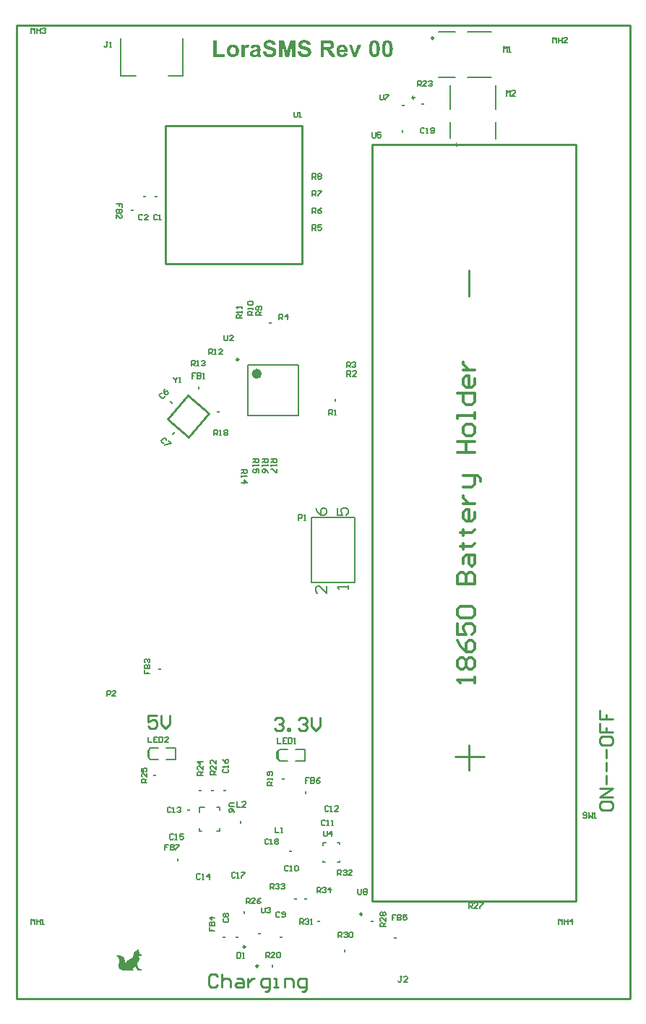
<source format=gto>
G04*
G04 #@! TF.GenerationSoftware,Altium Limited,Altium Designer,18.1.7 (191)*
G04*
G04 Layer_Color=65535*
%FSLAX25Y25*%
%MOIN*%
G70*
G01*
G75*
%ADD10C,0.00984*%
%ADD11C,0.02362*%
%ADD12C,0.00709*%
%ADD13C,0.00787*%
%ADD14C,0.01000*%
%ADD15C,0.00500*%
%ADD16C,0.01181*%
%ADD17C,0.00800*%
%ADD18R,0.01575X0.00787*%
%ADD19R,0.00787X0.01575*%
G04:AMPARAMS|DCode=20|XSize=7.87mil|YSize=15.75mil|CornerRadius=0mil|HoleSize=0mil|Usage=FLASHONLY|Rotation=50.000|XOffset=0mil|YOffset=0mil|HoleType=Round|Shape=Rectangle|*
%AMROTATEDRECTD20*
4,1,4,0.00350,-0.00808,-0.00856,0.00205,-0.00350,0.00808,0.00856,-0.00205,0.00350,-0.00808,0.0*
%
%ADD20ROTATEDRECTD20*%

G04:AMPARAMS|DCode=21|XSize=7.87mil|YSize=15.75mil|CornerRadius=0mil|HoleSize=0mil|Usage=FLASHONLY|Rotation=320.000|XOffset=0mil|YOffset=0mil|HoleType=Round|Shape=Rectangle|*
%AMROTATEDRECTD21*
4,1,4,-0.00808,-0.00350,0.00205,0.00856,0.00808,0.00350,-0.00205,-0.00856,-0.00808,-0.00350,0.0*
%
%ADD21ROTATEDRECTD21*%

G36*
X84841Y22201D02*
X84852D01*
X84864Y22190D01*
X84887Y22167D01*
X84909Y22133D01*
X84932Y22087D01*
X84944Y22030D01*
X84967Y21950D01*
Y21858D01*
Y21847D01*
Y21824D01*
X84955Y21790D01*
Y21744D01*
X84944Y21642D01*
X84932Y21539D01*
Y21527D01*
X84921Y21482D01*
Y21425D01*
X84909Y21345D01*
X84898Y21276D01*
X84887Y21208D01*
Y21162D01*
X84875Y21139D01*
Y21128D01*
Y21116D01*
X84887Y21150D01*
Y21162D01*
X84909D01*
X84932Y21139D01*
X84978Y21105D01*
X85024Y21071D01*
X85127Y20956D01*
X85229Y20808D01*
X85241Y20785D01*
X85252Y20751D01*
X85264Y20717D01*
X85286Y20659D01*
X85298Y20591D01*
X85321Y20522D01*
X85343Y20431D01*
Y20420D01*
X85366Y20374D01*
X85389Y20305D01*
X85446Y20225D01*
X85526Y20134D01*
X85629Y20043D01*
X85766Y19940D01*
X85949Y19849D01*
X85960D01*
X85994Y19826D01*
X86040Y19803D01*
X86109Y19780D01*
X86234Y19700D01*
X86280Y19666D01*
X86326Y19632D01*
X86337Y19620D01*
X86371Y19563D01*
X86383Y19495D01*
Y19449D01*
X86371Y19392D01*
X86360Y19380D01*
X86337Y19335D01*
X86280Y19278D01*
X86189Y19209D01*
X86177D01*
X86166Y19198D01*
X86109Y19163D01*
X86017Y19118D01*
X85926Y19083D01*
X85914D01*
X85880Y19072D01*
X85834Y19061D01*
X85766Y19049D01*
X85572D01*
X85458Y19061D01*
X85321Y19083D01*
X85298D01*
X85252Y19095D01*
X85172D01*
X85104Y19083D01*
X85081Y19072D01*
X85024Y19049D01*
X84955Y19026D01*
X84875Y18981D01*
X84864Y18969D01*
X84852Y18958D01*
X84841Y18946D01*
X84852Y18935D01*
X84875Y18889D01*
X84898Y18867D01*
X84921Y18821D01*
X84932Y18809D01*
X84967Y18752D01*
X85001Y18684D01*
X85046Y18592D01*
X85104Y18478D01*
X85149Y18353D01*
X85184Y18227D01*
X85206Y18090D01*
Y18079D01*
Y18044D01*
Y17999D01*
Y17930D01*
Y17850D01*
Y17759D01*
X85172Y17576D01*
Y17565D01*
X85149Y17519D01*
X85127Y17439D01*
X85081Y17325D01*
X85046Y17245D01*
X85001Y17165D01*
X84955Y17062D01*
X84898Y16959D01*
X84841Y16834D01*
X84772Y16697D01*
X84693Y16548D01*
X84601Y16388D01*
X84590Y16377D01*
X84567Y16331D01*
X84533Y16263D01*
X84487Y16183D01*
X84396Y16012D01*
X84361Y15932D01*
X84338Y15875D01*
Y15852D01*
X84327Y15817D01*
Y15783D01*
X84316Y15726D01*
Y15646D01*
Y15555D01*
Y15452D01*
Y15440D01*
Y15383D01*
X84327Y15315D01*
Y15224D01*
X84338Y15121D01*
X84350Y15018D01*
X84361Y14904D01*
X84384Y14801D01*
X84396Y14778D01*
X84407Y14710D01*
X84430Y14618D01*
X84475Y14493D01*
X84521Y14333D01*
X84590Y14173D01*
X84670Y13990D01*
X84761Y13807D01*
Y13796D01*
X84784Y13773D01*
X84807Y13739D01*
X84841Y13693D01*
X84921Y13568D01*
X85024Y13419D01*
X85035Y13408D01*
X85046Y13385D01*
X85104Y13316D01*
X85161Y13236D01*
X85184Y13202D01*
X85195Y13191D01*
X85206D01*
X85218Y13179D01*
X85252Y13157D01*
X85298Y13145D01*
X85412Y13099D01*
X85572Y13088D01*
X85629D01*
X85698Y13077D01*
X85777Y13065D01*
X85869Y13042D01*
X85949Y13020D01*
X86029Y12974D01*
X86097Y12917D01*
X86120Y12894D01*
X86154Y12848D01*
X86189Y12757D01*
Y12700D01*
Y12631D01*
Y12620D01*
X86177Y12597D01*
X86154Y12528D01*
X86131Y12483D01*
X86097Y12437D01*
X86040Y12391D01*
X85983Y12346D01*
X85960D01*
X85926Y12334D01*
X85880D01*
X85789Y12323D01*
X85675D01*
X85515Y12311D01*
X85321D01*
X84738Y12300D01*
X84647Y12346D01*
X84635D01*
X84613Y12369D01*
X84578Y12391D01*
X84533Y12437D01*
X84464Y12494D01*
X84384Y12563D01*
X84304Y12665D01*
X84201Y12780D01*
X84190Y12802D01*
X84144Y12860D01*
X84076Y12951D01*
X83985Y13077D01*
X83870Y13236D01*
X83745Y13431D01*
X83596Y13648D01*
X83436Y13899D01*
Y13910D01*
X83425Y13922D01*
X83379Y13990D01*
X83322Y14082D01*
X83254Y14184D01*
X83185Y14310D01*
X83161Y14351D01*
X81885Y13045D01*
X81929Y13031D01*
X82066Y12997D01*
X82203Y12951D01*
X82329Y12894D01*
X82431Y12837D01*
X82477Y12814D01*
X82500Y12780D01*
Y12768D01*
X82511Y12757D01*
X82523Y12688D01*
Y12597D01*
X82511Y12540D01*
X82488Y12483D01*
X82477Y12471D01*
X82431Y12426D01*
X82351Y12380D01*
X82237Y12334D01*
X82191D01*
X82157Y12323D01*
X81963D01*
X81849Y12311D01*
X81381D01*
X81152Y12300D01*
X78206D01*
X78172Y12311D01*
X78057Y12323D01*
X77909Y12346D01*
X77738Y12380D01*
X77544Y12437D01*
X77338Y12506D01*
X77110Y12585D01*
X76881Y12688D01*
X76664Y12814D01*
X76447Y12974D01*
X76242Y13145D01*
X76059Y13351D01*
X75899Y13590D01*
X75762Y13864D01*
X75671Y14173D01*
Y14184D01*
X75659Y14230D01*
X75648Y14299D01*
X75636Y14401D01*
X75625Y14515D01*
X75614Y14641D01*
X75602Y14801D01*
Y14961D01*
Y14972D01*
Y14995D01*
Y15029D01*
Y15087D01*
X75614Y15144D01*
Y15224D01*
X75625Y15315D01*
Y15406D01*
X75648Y15635D01*
X75694Y15897D01*
X75739Y16183D01*
X75808Y16491D01*
Y16503D01*
X75819Y16548D01*
X75831Y16605D01*
X75853Y16685D01*
X75876Y16868D01*
X75888Y17051D01*
Y17062D01*
Y17085D01*
Y17119D01*
Y17165D01*
X75876Y17290D01*
X75853Y17450D01*
X75808Y17633D01*
X75762Y17827D01*
X75682Y18044D01*
X75579Y18250D01*
Y18261D01*
X75568Y18273D01*
X75522Y18341D01*
X75454Y18444D01*
X75362Y18570D01*
X75248Y18695D01*
X75111Y18844D01*
X74951Y18969D01*
X74769Y19083D01*
X74757Y19095D01*
Y19106D01*
X74746Y19118D01*
X74711Y19175D01*
X74700Y19243D01*
Y19289D01*
X74711Y19323D01*
X74723Y19335D01*
X74746Y19346D01*
X74791Y19358D01*
X74871Y19369D01*
X74928D01*
X74997Y19380D01*
X75100Y19392D01*
X75225Y19403D01*
X75385Y19415D01*
X75556Y19426D01*
X75922Y19415D01*
X75968D01*
X76025Y19403D01*
X76093Y19392D01*
X76185Y19380D01*
X76287Y19369D01*
X76390Y19346D01*
X76516Y19312D01*
X76778Y19232D01*
X77064Y19129D01*
X77338Y18992D01*
X77601Y18809D01*
X77612D01*
X77623Y18787D01*
X77703Y18718D01*
X77806Y18615D01*
X77932Y18455D01*
X78069Y18273D01*
X78206Y18044D01*
X78332Y17770D01*
X78434Y17473D01*
Y17462D01*
X78446Y17416D01*
X78469Y17336D01*
X78480Y17245D01*
X78503Y17119D01*
X78514Y16982D01*
X78526Y16834D01*
Y16662D01*
Y16651D01*
Y16605D01*
Y16537D01*
X78514Y16445D01*
X78503Y16331D01*
X78491Y16206D01*
X78469Y16057D01*
X78446Y15909D01*
Y15897D01*
Y15886D01*
X78434Y15817D01*
X78423Y15715D01*
X78412Y15577D01*
X78389Y15429D01*
Y15269D01*
X78377Y15098D01*
Y14938D01*
Y14927D01*
Y14904D01*
Y14870D01*
X78389Y14824D01*
Y14687D01*
X78412Y14527D01*
X78446Y14344D01*
X78491Y14139D01*
X78549Y13945D01*
X78593Y13842D01*
X78583Y13967D01*
Y14127D01*
Y14139D01*
Y14184D01*
Y14241D01*
Y14333D01*
X78594Y14435D01*
Y14550D01*
X78606Y14675D01*
X78617Y14824D01*
X78663Y15132D01*
X78720Y15440D01*
X78811Y15749D01*
X78868Y15886D01*
X78937Y16023D01*
Y16034D01*
X78960Y16057D01*
X78983Y16103D01*
X79005Y16160D01*
X79051Y16229D01*
X79097Y16320D01*
X79234Y16503D01*
X79394Y16720D01*
X79599Y16948D01*
X79839Y17176D01*
X80113Y17382D01*
X80124D01*
X80136Y17393D01*
X80170Y17416D01*
X80216Y17450D01*
X80273Y17473D01*
X80342Y17519D01*
X80501Y17610D01*
X80707Y17702D01*
X80935Y17816D01*
X81198Y17930D01*
X81495Y18033D01*
X81506D01*
X81529Y18044D01*
X81563Y18056D01*
X81609Y18090D01*
X81723Y18158D01*
X81792Y18216D01*
X81860Y18273D01*
X81872Y18284D01*
X81895Y18307D01*
X81929Y18353D01*
X81975Y18398D01*
X82032Y18467D01*
X82077Y18547D01*
X82191Y18730D01*
X82203Y18752D01*
X82226Y18798D01*
X82260Y18889D01*
X82294Y19004D01*
X82340Y19152D01*
X82374Y19323D01*
X82408Y19506D01*
X82431Y19723D01*
Y19734D01*
Y19780D01*
X82443Y19837D01*
Y19906D01*
X82466Y20077D01*
X82511Y20248D01*
Y20260D01*
X82523Y20283D01*
X82534Y20328D01*
X82557Y20385D01*
X82591Y20454D01*
X82626Y20522D01*
X82717Y20705D01*
X82831Y20888D01*
X82991Y21082D01*
X83174Y21253D01*
X83288Y21333D01*
X83402Y21402D01*
X83413D01*
X83425Y21413D01*
X83505Y21447D01*
X83608Y21482D01*
X83722Y21493D01*
X83733Y21505D01*
X83756Y21527D01*
X83813Y21573D01*
X83836Y21596D01*
X83893Y21642D01*
X83973Y21722D01*
X84064Y21813D01*
X84293Y21996D01*
X84396Y22075D01*
X84487Y22144D01*
X84498Y22155D01*
X84521Y22167D01*
X84567Y22178D01*
X84613Y22201D01*
X84670Y22224D01*
X84795D01*
X84841Y22201D01*
D02*
G37*
G36*
X161543Y441648D02*
X161657Y441637D01*
X161794Y441625D01*
X161954Y441603D01*
X162114Y441580D01*
X162468Y441500D01*
X162822Y441386D01*
X163004Y441317D01*
X163164Y441237D01*
X163324Y441134D01*
X163473Y441020D01*
X163484Y441009D01*
X163507Y440986D01*
X163541Y440952D01*
X163587Y440906D01*
X163644Y440837D01*
X163701Y440758D01*
X163769Y440678D01*
X163849Y440575D01*
X163918Y440449D01*
X163987Y440324D01*
X164044Y440187D01*
X164112Y440038D01*
X164158Y439878D01*
X164203Y439707D01*
X164238Y439524D01*
X164249Y439330D01*
X162696Y439273D01*
Y439284D01*
Y439296D01*
X162673Y439364D01*
X162650Y439467D01*
X162605Y439593D01*
X162548Y439741D01*
X162468Y439878D01*
X162376Y440004D01*
X162262Y440118D01*
X162251Y440130D01*
X162205Y440164D01*
X162125Y440198D01*
X162022Y440255D01*
X161885Y440301D01*
X161714Y440335D01*
X161508Y440369D01*
X161280Y440381D01*
X161166D01*
X161051Y440369D01*
X160892Y440346D01*
X160732Y440312D01*
X160549Y440255D01*
X160378Y440187D01*
X160229Y440095D01*
X160218Y440084D01*
X160195Y440061D01*
X160149Y440027D01*
X160115Y439970D01*
X160069Y439901D01*
X160024Y439821D01*
X160001Y439730D01*
X159990Y439616D01*
Y439604D01*
Y439570D01*
X160001Y439524D01*
X160024Y439456D01*
X160047Y439387D01*
X160081Y439307D01*
X160138Y439239D01*
X160218Y439159D01*
X160229Y439147D01*
X160275Y439113D01*
X160321Y439090D01*
X160366Y439067D01*
X160423Y439033D01*
X160503Y438999D01*
X160583Y438965D01*
X160686Y438919D01*
X160800Y438873D01*
X160937Y438828D01*
X161086Y438782D01*
X161246Y438736D01*
X161428Y438691D01*
X161634Y438633D01*
X161645D01*
X161680Y438622D01*
X161737Y438611D01*
X161817Y438588D01*
X161908Y438565D01*
X162022Y438531D01*
X162262Y438462D01*
X162536Y438382D01*
X162810Y438291D01*
X163073Y438188D01*
X163198Y438142D01*
X163301Y438085D01*
X163313D01*
X163324Y438074D01*
X163393Y438028D01*
X163495Y437971D01*
X163610Y437880D01*
X163747Y437766D01*
X163895Y437629D01*
X164032Y437480D01*
X164158Y437297D01*
X164169Y437275D01*
X164203Y437206D01*
X164260Y437103D01*
X164318Y436966D01*
X164363Y436783D01*
X164420Y436578D01*
X164455Y436338D01*
X164466Y436075D01*
Y436064D01*
Y436041D01*
Y436007D01*
Y435961D01*
X164443Y435836D01*
X164420Y435676D01*
X164375Y435482D01*
X164306Y435276D01*
X164215Y435048D01*
X164089Y434831D01*
Y434819D01*
X164078Y434808D01*
X164021Y434739D01*
X163941Y434636D01*
X163827Y434511D01*
X163678Y434374D01*
X163495Y434225D01*
X163290Y434088D01*
X163050Y433974D01*
X163039D01*
X163016Y433963D01*
X162981Y433951D01*
X162936Y433928D01*
X162867Y433906D01*
X162787Y433883D01*
X162696Y433860D01*
X162593Y433837D01*
X162479Y433814D01*
X162353Y433791D01*
X162068Y433746D01*
X161748Y433711D01*
X161383Y433700D01*
X161246D01*
X161143Y433711D01*
X161017Y433723D01*
X160880Y433734D01*
X160732Y433757D01*
X160561Y433780D01*
X160195Y433860D01*
X160012Y433917D01*
X159830Y433986D01*
X159647Y434065D01*
X159464Y434157D01*
X159304Y434260D01*
X159144Y434374D01*
X159133Y434385D01*
X159110Y434408D01*
X159076Y434442D01*
X159019Y434499D01*
X158962Y434568D01*
X158893Y434659D01*
X158813Y434751D01*
X158733Y434876D01*
X158653Y435002D01*
X158573Y435150D01*
X158505Y435310D01*
X158425Y435482D01*
X158356Y435676D01*
X158299Y435881D01*
X158254Y436098D01*
X158219Y436338D01*
X159727Y436486D01*
Y436475D01*
X159738Y436452D01*
Y436418D01*
X159750Y436361D01*
X159784Y436224D01*
X159841Y436064D01*
X159909Y435881D01*
X160012Y435687D01*
X160126Y435516D01*
X160264Y435367D01*
X160286Y435356D01*
X160344Y435310D01*
X160435Y435253D01*
X160561Y435196D01*
X160720Y435127D01*
X160915Y435070D01*
X161143Y435025D01*
X161394Y435013D01*
X161520D01*
X161657Y435025D01*
X161817Y435048D01*
X161999Y435093D01*
X162194Y435139D01*
X162365Y435219D01*
X162525Y435322D01*
X162536Y435333D01*
X162582Y435379D01*
X162650Y435447D01*
X162719Y435539D01*
X162787Y435641D01*
X162856Y435767D01*
X162902Y435916D01*
X162913Y436064D01*
Y436075D01*
Y436110D01*
X162902Y436167D01*
X162890Y436224D01*
X162845Y436372D01*
X162810Y436452D01*
X162753Y436532D01*
X162742Y436544D01*
X162719Y436566D01*
X162685Y436601D01*
X162627Y436646D01*
X162548Y436703D01*
X162445Y436749D01*
X162331Y436806D01*
X162194Y436863D01*
X162182D01*
X162136Y436886D01*
X162057Y436909D01*
X161931Y436943D01*
X161862Y436966D01*
X161771Y436989D01*
X161668Y437012D01*
X161554Y437046D01*
X161428Y437080D01*
X161280Y437115D01*
X161120Y437160D01*
X160949Y437206D01*
X160937D01*
X160892Y437217D01*
X160835Y437240D01*
X160743Y437263D01*
X160640Y437286D01*
X160526Y437332D01*
X160401Y437366D01*
X160264Y437411D01*
X159978Y437526D01*
X159693Y437651D01*
X159544Y437720D01*
X159418Y437800D01*
X159304Y437880D01*
X159202Y437960D01*
X159190Y437971D01*
X159167Y437994D01*
X159133Y438028D01*
X159099Y438074D01*
X159042Y438131D01*
X158984Y438211D01*
X158916Y438302D01*
X158859Y438394D01*
X158722Y438622D01*
X158619Y438885D01*
X158573Y439033D01*
X158539Y439182D01*
X158516Y439341D01*
X158505Y439513D01*
Y439524D01*
Y439536D01*
Y439570D01*
Y439616D01*
X158528Y439730D01*
X158551Y439867D01*
X158585Y440038D01*
X158642Y440221D01*
X158722Y440415D01*
X158836Y440609D01*
Y440621D01*
X158847Y440632D01*
X158893Y440689D01*
X158973Y440780D01*
X159076Y440895D01*
X159213Y441020D01*
X159373Y441157D01*
X159567Y441283D01*
X159784Y441386D01*
X159795D01*
X159818Y441397D01*
X159852Y441408D01*
X159898Y441431D01*
X159955Y441454D01*
X160035Y441477D01*
X160115Y441500D01*
X160206Y441523D01*
X160435Y441568D01*
X160686Y441614D01*
X160983Y441648D01*
X161303Y441660D01*
X161440D01*
X161543Y441648D01*
D02*
G37*
G36*
X145440D02*
X145555Y441637D01*
X145692Y441625D01*
X145852Y441603D01*
X146011Y441580D01*
X146365Y441500D01*
X146719Y441386D01*
X146902Y441317D01*
X147062Y441237D01*
X147222Y441134D01*
X147370Y441020D01*
X147382Y441009D01*
X147405Y440986D01*
X147439Y440952D01*
X147485Y440906D01*
X147542Y440837D01*
X147599Y440758D01*
X147667Y440678D01*
X147747Y440575D01*
X147816Y440449D01*
X147884Y440324D01*
X147941Y440187D01*
X148010Y440038D01*
X148056Y439878D01*
X148101Y439707D01*
X148135Y439524D01*
X148147Y439330D01*
X146594Y439273D01*
Y439284D01*
Y439296D01*
X146571Y439364D01*
X146548Y439467D01*
X146502Y439593D01*
X146445Y439741D01*
X146365Y439878D01*
X146274Y440004D01*
X146160Y440118D01*
X146148Y440130D01*
X146103Y440164D01*
X146023Y440198D01*
X145920Y440255D01*
X145783Y440301D01*
X145612Y440335D01*
X145406Y440369D01*
X145178Y440381D01*
X145063D01*
X144949Y440369D01*
X144789Y440346D01*
X144630Y440312D01*
X144447Y440255D01*
X144275Y440187D01*
X144127Y440095D01*
X144116Y440084D01*
X144093Y440061D01*
X144047Y440027D01*
X144013Y439970D01*
X143967Y439901D01*
X143921Y439821D01*
X143899Y439730D01*
X143887Y439616D01*
Y439604D01*
Y439570D01*
X143899Y439524D01*
X143921Y439456D01*
X143944Y439387D01*
X143979Y439307D01*
X144036Y439239D01*
X144116Y439159D01*
X144127Y439147D01*
X144173Y439113D01*
X144218Y439090D01*
X144264Y439067D01*
X144321Y439033D01*
X144401Y438999D01*
X144481Y438965D01*
X144584Y438919D01*
X144698Y438873D01*
X144835Y438828D01*
X144984Y438782D01*
X145143Y438736D01*
X145326Y438691D01*
X145532Y438633D01*
X145543D01*
X145577Y438622D01*
X145634Y438611D01*
X145714Y438588D01*
X145806Y438565D01*
X145920Y438531D01*
X146160Y438462D01*
X146434Y438382D01*
X146708Y438291D01*
X146971Y438188D01*
X147096Y438142D01*
X147199Y438085D01*
X147211D01*
X147222Y438074D01*
X147290Y438028D01*
X147393Y437971D01*
X147507Y437880D01*
X147644Y437766D01*
X147793Y437629D01*
X147930Y437480D01*
X148056Y437297D01*
X148067Y437275D01*
X148101Y437206D01*
X148158Y437103D01*
X148215Y436966D01*
X148261Y436783D01*
X148318Y436578D01*
X148353Y436338D01*
X148364Y436075D01*
Y436064D01*
Y436041D01*
Y436007D01*
Y435961D01*
X148341Y435836D01*
X148318Y435676D01*
X148273Y435482D01*
X148204Y435276D01*
X148113Y435048D01*
X147987Y434831D01*
Y434819D01*
X147976Y434808D01*
X147918Y434739D01*
X147839Y434636D01*
X147724Y434511D01*
X147576Y434374D01*
X147393Y434225D01*
X147188Y434088D01*
X146948Y433974D01*
X146936D01*
X146914Y433963D01*
X146879Y433951D01*
X146834Y433928D01*
X146765Y433906D01*
X146685Y433883D01*
X146594Y433860D01*
X146491Y433837D01*
X146377Y433814D01*
X146251Y433791D01*
X145966Y433746D01*
X145646Y433711D01*
X145281Y433700D01*
X145143D01*
X145041Y433711D01*
X144915Y433723D01*
X144778Y433734D01*
X144630Y433757D01*
X144458Y433780D01*
X144093Y433860D01*
X143910Y433917D01*
X143727Y433986D01*
X143545Y434065D01*
X143362Y434157D01*
X143202Y434260D01*
X143042Y434374D01*
X143031Y434385D01*
X143008Y434408D01*
X142974Y434442D01*
X142917Y434499D01*
X142859Y434568D01*
X142791Y434659D01*
X142711Y434751D01*
X142631Y434876D01*
X142551Y435002D01*
X142471Y435150D01*
X142403Y435310D01*
X142323Y435482D01*
X142254Y435676D01*
X142197Y435881D01*
X142151Y436098D01*
X142117Y436338D01*
X143625Y436486D01*
Y436475D01*
X143636Y436452D01*
Y436418D01*
X143647Y436361D01*
X143682Y436224D01*
X143739Y436064D01*
X143807Y435881D01*
X143910Y435687D01*
X144024Y435516D01*
X144161Y435367D01*
X144184Y435356D01*
X144241Y435310D01*
X144333Y435253D01*
X144458Y435196D01*
X144618Y435127D01*
X144812Y435070D01*
X145041Y435025D01*
X145292Y435013D01*
X145417D01*
X145555Y435025D01*
X145714Y435048D01*
X145897Y435093D01*
X146091Y435139D01*
X146263Y435219D01*
X146423Y435322D01*
X146434Y435333D01*
X146480Y435379D01*
X146548Y435447D01*
X146617Y435539D01*
X146685Y435641D01*
X146754Y435767D01*
X146799Y435916D01*
X146811Y436064D01*
Y436075D01*
Y436110D01*
X146799Y436167D01*
X146788Y436224D01*
X146742Y436372D01*
X146708Y436452D01*
X146651Y436532D01*
X146640Y436544D01*
X146617Y436566D01*
X146582Y436601D01*
X146525Y436646D01*
X146445Y436703D01*
X146343Y436749D01*
X146228Y436806D01*
X146091Y436863D01*
X146080D01*
X146034Y436886D01*
X145954Y436909D01*
X145829Y436943D01*
X145760Y436966D01*
X145669Y436989D01*
X145566Y437012D01*
X145452Y437046D01*
X145326Y437080D01*
X145178Y437115D01*
X145018Y437160D01*
X144846Y437206D01*
X144835D01*
X144789Y437217D01*
X144732Y437240D01*
X144641Y437263D01*
X144538Y437286D01*
X144424Y437332D01*
X144298Y437366D01*
X144161Y437411D01*
X143876Y437526D01*
X143590Y437651D01*
X143442Y437720D01*
X143316Y437800D01*
X143202Y437880D01*
X143099Y437960D01*
X143088Y437971D01*
X143065Y437994D01*
X143031Y438028D01*
X142997Y438074D01*
X142939Y438131D01*
X142882Y438211D01*
X142814Y438302D01*
X142757Y438394D01*
X142620Y438622D01*
X142517Y438885D01*
X142471Y439033D01*
X142437Y439182D01*
X142414Y439341D01*
X142403Y439513D01*
Y439524D01*
Y439536D01*
Y439570D01*
Y439616D01*
X142426Y439730D01*
X142448Y439867D01*
X142483Y440038D01*
X142540Y440221D01*
X142620Y440415D01*
X142734Y440609D01*
Y440621D01*
X142745Y440632D01*
X142791Y440689D01*
X142871Y440780D01*
X142974Y440895D01*
X143111Y441020D01*
X143271Y441157D01*
X143465Y441283D01*
X143682Y441386D01*
X143693D01*
X143716Y441397D01*
X143750Y441408D01*
X143796Y441431D01*
X143853Y441454D01*
X143933Y441477D01*
X144013Y441500D01*
X144104Y441523D01*
X144333Y441568D01*
X144584Y441614D01*
X144881Y441648D01*
X145201Y441660D01*
X145338D01*
X145440Y441648D01*
D02*
G37*
G36*
X135117Y439524D02*
X135242Y439501D01*
X135391Y439467D01*
X135551Y439410D01*
X135733Y439341D01*
X135905Y439250D01*
X135448Y437960D01*
X135436Y437971D01*
X135379Y437994D01*
X135311Y438040D01*
X135220Y438085D01*
X135117Y438131D01*
X134991Y438177D01*
X134877Y438200D01*
X134751Y438211D01*
X134706D01*
X134637Y438200D01*
X134569Y438188D01*
X134489Y438165D01*
X134397Y438142D01*
X134306Y438097D01*
X134226Y438040D01*
X134214Y438028D01*
X134192Y438005D01*
X134146Y437960D01*
X134100Y437903D01*
X134043Y437811D01*
X133986Y437708D01*
X133929Y437583D01*
X133883Y437423D01*
Y437400D01*
X133872Y437377D01*
X133861Y437332D01*
Y437275D01*
X133849Y437206D01*
X133838Y437126D01*
X133826Y437023D01*
X133815Y436909D01*
X133803Y436772D01*
X133792Y436623D01*
Y436452D01*
X133781Y436258D01*
X133769Y436053D01*
Y435813D01*
Y435562D01*
Y433848D01*
X132296D01*
Y439421D01*
X133666D01*
Y438633D01*
X133678Y438645D01*
X133723Y438713D01*
X133792Y438805D01*
X133872Y438919D01*
X133963Y439045D01*
X134066Y439170D01*
X134180Y439273D01*
X134283Y439353D01*
X134294Y439364D01*
X134329Y439387D01*
X134397Y439410D01*
X134477Y439444D01*
X134569Y439478D01*
X134683Y439513D01*
X134797Y439524D01*
X134934Y439536D01*
X135025D01*
X135117Y439524D01*
D02*
G37*
G36*
X157089Y433848D02*
X155650D01*
X155638Y439890D01*
X154108Y433848D01*
X152624D01*
X151105Y439890D01*
Y433848D01*
X149666D01*
Y441534D01*
X151984D01*
X153377Y436281D01*
X154748Y441534D01*
X157089D01*
Y433848D01*
D02*
G37*
G36*
X185330D02*
X184006D01*
X181767Y439421D01*
X183309D01*
X184360Y436566D01*
X184668Y435619D01*
Y435630D01*
X184691Y435676D01*
X184702Y435744D01*
X184725Y435813D01*
X184782Y435973D01*
X184805Y436041D01*
X184817Y436098D01*
Y436110D01*
X184828Y436144D01*
X184851Y436190D01*
X184862Y436247D01*
X184919Y436395D01*
X184976Y436566D01*
X186027Y439421D01*
X187546D01*
X185330Y433848D01*
D02*
G37*
G36*
X172335Y441523D02*
X172449D01*
X172574Y441511D01*
X172711D01*
X173008Y441477D01*
X173305Y441443D01*
X173579Y441386D01*
X173705Y441351D01*
X173819Y441317D01*
X173830D01*
X173842Y441306D01*
X173910Y441283D01*
X174013Y441226D01*
X174139Y441146D01*
X174287Y441043D01*
X174436Y440917D01*
X174573Y440769D01*
X174710Y440586D01*
X174721Y440563D01*
X174767Y440495D01*
X174824Y440381D01*
X174881Y440244D01*
X174950Y440061D01*
X174995Y439855D01*
X175041Y439627D01*
X175052Y439376D01*
Y439364D01*
Y439341D01*
Y439296D01*
X175041Y439227D01*
Y439159D01*
X175030Y439067D01*
X174984Y438873D01*
X174927Y438645D01*
X174836Y438405D01*
X174710Y438165D01*
X174630Y438051D01*
X174539Y437937D01*
Y437925D01*
X174516Y437914D01*
X174481Y437880D01*
X174447Y437846D01*
X174390Y437800D01*
X174322Y437754D01*
X174253Y437697D01*
X174162Y437640D01*
X174059Y437583D01*
X173945Y437526D01*
X173830Y437457D01*
X173694Y437411D01*
X173545Y437354D01*
X173385Y437309D01*
X173214Y437275D01*
X173031Y437240D01*
X173043D01*
X173054Y437229D01*
X173111Y437183D01*
X173202Y437126D01*
X173328Y437046D01*
X173454Y436955D01*
X173591Y436840D01*
X173728Y436715D01*
X173853Y436589D01*
X173865Y436578D01*
X173910Y436521D01*
X173990Y436429D01*
X174093Y436304D01*
X174219Y436132D01*
X174287Y436030D01*
X174367Y435916D01*
X174447Y435790D01*
X174539Y435653D01*
X174630Y435504D01*
X174733Y435345D01*
X175680Y433848D01*
X173819D01*
X172700Y435516D01*
X172688Y435527D01*
X172677Y435550D01*
X172643Y435596D01*
X172609Y435664D01*
X172552Y435733D01*
X172506Y435813D01*
X172380Y435995D01*
X172243Y436190D01*
X172106Y436372D01*
X171981Y436532D01*
X171923Y436601D01*
X171878Y436646D01*
X171866Y436658D01*
X171843Y436681D01*
X171798Y436726D01*
X171741Y436772D01*
X171672Y436829D01*
X171592Y436875D01*
X171501Y436932D01*
X171409Y436966D01*
X171398D01*
X171364Y436977D01*
X171307Y437000D01*
X171227Y437012D01*
X171113Y437035D01*
X170975Y437046D01*
X170816Y437057D01*
X170325D01*
Y433848D01*
X168771D01*
Y441534D01*
X172232D01*
X172335Y441523D01*
D02*
G37*
G36*
X138954Y439524D02*
X139045D01*
X139262Y439501D01*
X139502Y439478D01*
X139742Y439433D01*
X139970Y439376D01*
X140084Y439341D01*
X140176Y439296D01*
X140187D01*
X140199Y439284D01*
X140256Y439250D01*
X140347Y439204D01*
X140450Y439136D01*
X140564Y439056D01*
X140667Y438953D01*
X140781Y438828D01*
X140861Y438702D01*
X140872Y438691D01*
X140895Y438633D01*
X140929Y438542D01*
X140964Y438405D01*
X140987Y438325D01*
X140998Y438222D01*
X141021Y438120D01*
X141032Y437994D01*
X141044Y437868D01*
X141055Y437720D01*
X141067Y437560D01*
Y437389D01*
X141044Y435676D01*
Y435664D01*
Y435641D01*
Y435607D01*
Y435550D01*
Y435424D01*
X141055Y435264D01*
Y435082D01*
X141078Y434899D01*
X141089Y434728D01*
X141112Y434579D01*
Y434568D01*
X141124Y434522D01*
X141147Y434454D01*
X141169Y434362D01*
X141204Y434248D01*
X141249Y434123D01*
X141306Y433997D01*
X141375Y433848D01*
X139913D01*
Y433860D01*
X139902Y433871D01*
X139890Y433906D01*
X139867Y433951D01*
X139845Y434020D01*
X139822Y434088D01*
X139799Y434180D01*
X139765Y434282D01*
Y434294D01*
Y434305D01*
X139742Y434351D01*
X139730Y434408D01*
X139719Y434454D01*
X139708Y434442D01*
X139650Y434397D01*
X139582Y434328D01*
X139479Y434248D01*
X139354Y434157D01*
X139216Y434065D01*
X139068Y433986D01*
X138908Y433906D01*
X138885Y433894D01*
X138840Y433883D01*
X138748Y433848D01*
X138634Y433814D01*
X138497Y433780D01*
X138349Y433757D01*
X138177Y433734D01*
X137995Y433723D01*
X137915D01*
X137857Y433734D01*
X137778D01*
X137698Y433746D01*
X137504Y433780D01*
X137286Y433837D01*
X137069Y433917D01*
X136841Y434031D01*
X136647Y434180D01*
Y434191D01*
X136624Y434202D01*
X136567Y434260D01*
X136487Y434362D01*
X136407Y434499D01*
X136316Y434671D01*
X136236Y434876D01*
X136179Y435105D01*
X136167Y435230D01*
X136156Y435356D01*
Y435379D01*
Y435436D01*
X136167Y435527D01*
X136179Y435641D01*
X136213Y435767D01*
X136247Y435904D01*
X136304Y436053D01*
X136373Y436190D01*
X136384Y436201D01*
X136419Y436247D01*
X136464Y436315D01*
X136533Y436407D01*
X136624Y436498D01*
X136738Y436589D01*
X136864Y436681D01*
X137001Y436761D01*
X137024Y436772D01*
X137081Y436795D01*
X137172Y436829D01*
X137298Y436875D01*
X137469Y436932D01*
X137675Y436989D01*
X137903Y437046D01*
X138177Y437103D01*
X138189D01*
X138223Y437115D01*
X138280Y437126D01*
X138349Y437137D01*
X138428Y437149D01*
X138531Y437172D01*
X138748Y437217D01*
X138988Y437275D01*
X139228Y437343D01*
X139445Y437400D01*
X139536Y437434D01*
X139616Y437469D01*
Y437606D01*
Y437629D01*
Y437674D01*
X139605Y437754D01*
X139593Y437846D01*
X139559Y437948D01*
X139525Y438051D01*
X139468Y438142D01*
X139399Y438222D01*
X139388Y438234D01*
X139354Y438257D01*
X139296Y438279D01*
X139216Y438314D01*
X139114Y438348D01*
X138965Y438382D01*
X138805Y438394D01*
X138600Y438405D01*
X138531D01*
X138463Y438394D01*
X138371Y438382D01*
X138166Y438337D01*
X138075Y438302D01*
X137983Y438245D01*
X137972Y438234D01*
X137949Y438211D01*
X137903Y438177D01*
X137857Y438120D01*
X137800Y438040D01*
X137743Y437948D01*
X137686Y437834D01*
X137629Y437697D01*
X136304Y437937D01*
Y437948D01*
X136316Y437971D01*
X136327Y438017D01*
X136350Y438074D01*
X136373Y438142D01*
X136407Y438211D01*
X136487Y438394D01*
X136590Y438588D01*
X136715Y438782D01*
X136875Y438976D01*
X137069Y439136D01*
X137081D01*
X137092Y439159D01*
X137127Y439170D01*
X137172Y439204D01*
X137229Y439227D01*
X137309Y439261D01*
X137389Y439296D01*
X137481Y439341D01*
X137595Y439376D01*
X137721Y439410D01*
X137857Y439444D01*
X137995Y439478D01*
X138154Y439501D01*
X138337Y439524D01*
X138520Y439536D01*
X138874D01*
X138954Y439524D01*
D02*
G37*
G36*
X120853Y435150D02*
X124713D01*
Y433848D01*
X119300D01*
Y441466D01*
X120853D01*
Y435150D01*
D02*
G37*
G36*
X199765Y441557D02*
X199857Y441545D01*
X199971Y441523D01*
X200085Y441500D01*
X200222Y441466D01*
X200359Y441431D01*
X200496Y441374D01*
X200645Y441306D01*
X200793Y441237D01*
X200930Y441134D01*
X201079Y441032D01*
X201204Y440906D01*
X201330Y440769D01*
X201341Y440758D01*
X201364Y440723D01*
X201398Y440666D01*
X201444Y440586D01*
X201501Y440484D01*
X201570Y440358D01*
X201638Y440198D01*
X201707Y440027D01*
X201775Y439821D01*
X201844Y439593D01*
X201912Y439330D01*
X201969Y439045D01*
X202015Y438736D01*
X202049Y438405D01*
X202072Y438040D01*
X202084Y437640D01*
Y437629D01*
Y437617D01*
Y437583D01*
Y437548D01*
Y437434D01*
X202072Y437286D01*
X202061Y437103D01*
X202038Y436898D01*
X202015Y436669D01*
X201992Y436429D01*
X201901Y435916D01*
X201832Y435653D01*
X201764Y435390D01*
X201673Y435150D01*
X201570Y434910D01*
X201455Y434693D01*
X201318Y434499D01*
X201307Y434488D01*
X201296Y434465D01*
X201250Y434431D01*
X201204Y434374D01*
X201147Y434317D01*
X201067Y434260D01*
X200976Y434180D01*
X200873Y434111D01*
X200759Y434043D01*
X200622Y433974D01*
X200485Y433906D01*
X200325Y433848D01*
X200154Y433791D01*
X199982Y433757D01*
X199788Y433734D01*
X199583Y433723D01*
X199537D01*
X199468Y433734D01*
X199400D01*
X199297Y433746D01*
X199194Y433769D01*
X199069Y433791D01*
X198932Y433826D01*
X198795Y433871D01*
X198646Y433928D01*
X198486Y433997D01*
X198338Y434088D01*
X198189Y434180D01*
X198041Y434294D01*
X197904Y434431D01*
X197767Y434579D01*
X197755Y434591D01*
X197733Y434625D01*
X197698Y434671D01*
X197664Y434751D01*
X197607Y434842D01*
X197550Y434968D01*
X197493Y435116D01*
X197424Y435287D01*
X197356Y435482D01*
X197299Y435710D01*
X197241Y435961D01*
X197184Y436235D01*
X197150Y436544D01*
X197116Y436886D01*
X197093Y437252D01*
X197082Y437651D01*
Y437663D01*
Y437674D01*
Y437708D01*
Y437743D01*
Y437857D01*
X197093Y438005D01*
X197105Y438188D01*
X197127Y438394D01*
X197150Y438611D01*
X197173Y438862D01*
X197264Y439364D01*
X197321Y439627D01*
X197401Y439890D01*
X197481Y440141D01*
X197584Y440369D01*
X197698Y440586D01*
X197835Y440780D01*
X197847Y440792D01*
X197870Y440815D01*
X197904Y440849D01*
X197950Y440906D01*
X198018Y440963D01*
X198098Y441032D01*
X198189Y441100D01*
X198292Y441180D01*
X198406Y441249D01*
X198543Y441317D01*
X198680Y441386D01*
X198840Y441443D01*
X199012Y441500D01*
X199183Y441534D01*
X199377Y441557D01*
X199583Y441568D01*
X199685D01*
X199765Y441557D01*
D02*
G37*
G36*
X193793D02*
X193884Y441545D01*
X193998Y441523D01*
X194112Y441500D01*
X194249Y441466D01*
X194386Y441431D01*
X194524Y441374D01*
X194672Y441306D01*
X194820Y441237D01*
X194957Y441134D01*
X195106Y441032D01*
X195232Y440906D01*
X195357Y440769D01*
X195369Y440758D01*
X195391Y440723D01*
X195426Y440666D01*
X195471Y440586D01*
X195528Y440484D01*
X195597Y440358D01*
X195666Y440198D01*
X195734Y440027D01*
X195803Y439821D01*
X195871Y439593D01*
X195940Y439330D01*
X195997Y439045D01*
X196042Y438736D01*
X196077Y438405D01*
X196099Y438040D01*
X196111Y437640D01*
Y437629D01*
Y437617D01*
Y437583D01*
Y437548D01*
Y437434D01*
X196099Y437286D01*
X196088Y437103D01*
X196065Y436898D01*
X196042Y436669D01*
X196020Y436429D01*
X195928Y435916D01*
X195860Y435653D01*
X195791Y435390D01*
X195700Y435150D01*
X195597Y434910D01*
X195483Y434693D01*
X195346Y434499D01*
X195334Y434488D01*
X195323Y434465D01*
X195277Y434431D01*
X195232Y434374D01*
X195175Y434317D01*
X195095Y434260D01*
X195003Y434180D01*
X194900Y434111D01*
X194786Y434043D01*
X194649Y433974D01*
X194512Y433906D01*
X194352Y433848D01*
X194181Y433791D01*
X194010Y433757D01*
X193816Y433734D01*
X193610Y433723D01*
X193564D01*
X193496Y433734D01*
X193427D01*
X193324Y433746D01*
X193222Y433769D01*
X193096Y433791D01*
X192959Y433826D01*
X192822Y433871D01*
X192674Y433928D01*
X192514Y433997D01*
X192365Y434088D01*
X192217Y434180D01*
X192068Y434294D01*
X191931Y434431D01*
X191794Y434579D01*
X191783Y434591D01*
X191760Y434625D01*
X191726Y434671D01*
X191691Y434751D01*
X191634Y434842D01*
X191577Y434968D01*
X191520Y435116D01*
X191452Y435287D01*
X191383Y435482D01*
X191326Y435710D01*
X191269Y435961D01*
X191212Y436235D01*
X191177Y436544D01*
X191143Y436886D01*
X191120Y437252D01*
X191109Y437651D01*
Y437663D01*
Y437674D01*
Y437708D01*
Y437743D01*
Y437857D01*
X191120Y438005D01*
X191132Y438188D01*
X191155Y438394D01*
X191177Y438611D01*
X191200Y438862D01*
X191292Y439364D01*
X191349Y439627D01*
X191429Y439890D01*
X191509Y440141D01*
X191611Y440369D01*
X191726Y440586D01*
X191863Y440780D01*
X191874Y440792D01*
X191897Y440815D01*
X191931Y440849D01*
X191977Y440906D01*
X192045Y440963D01*
X192125Y441032D01*
X192217Y441100D01*
X192320Y441180D01*
X192434Y441249D01*
X192571Y441317D01*
X192708Y441386D01*
X192868Y441443D01*
X193039Y441500D01*
X193210Y441534D01*
X193404Y441557D01*
X193610Y441568D01*
X193713D01*
X193793Y441557D01*
D02*
G37*
G36*
X178832Y439524D02*
X178935Y439513D01*
X179061Y439490D01*
X179198Y439467D01*
X179335Y439433D01*
X179495Y439387D01*
X179655Y439330D01*
X179815Y439273D01*
X179974Y439193D01*
X180134Y439090D01*
X180294Y438987D01*
X180443Y438862D01*
X180580Y438713D01*
X180591Y438702D01*
X180614Y438679D01*
X180648Y438622D01*
X180694Y438553D01*
X180751Y438474D01*
X180808Y438359D01*
X180865Y438234D01*
X180934Y438097D01*
X181002Y437925D01*
X181071Y437743D01*
X181128Y437537D01*
X181174Y437309D01*
X181219Y437057D01*
X181254Y436795D01*
X181276Y436509D01*
Y436201D01*
X177588D01*
Y436190D01*
Y436167D01*
Y436132D01*
X177599Y436087D01*
X177611Y435973D01*
X177633Y435824D01*
X177679Y435664D01*
X177736Y435493D01*
X177816Y435322D01*
X177930Y435173D01*
X177942Y435162D01*
X177987Y435116D01*
X178067Y435059D01*
X178170Y435002D01*
X178296Y434933D01*
X178433Y434876D01*
X178604Y434831D01*
X178787Y434819D01*
X178844D01*
X178912Y434831D01*
X178992Y434842D01*
X179072Y434865D01*
X179175Y434899D01*
X179266Y434945D01*
X179358Y435002D01*
X179369Y435013D01*
X179392Y435036D01*
X179438Y435082D01*
X179495Y435150D01*
X179552Y435242D01*
X179609Y435345D01*
X179666Y435470D01*
X179723Y435619D01*
X181196Y435367D01*
Y435356D01*
X181185Y435333D01*
X181162Y435287D01*
X181139Y435230D01*
X181116Y435162D01*
X181071Y435093D01*
X180979Y434910D01*
X180854Y434705D01*
X180694Y434511D01*
X180511Y434305D01*
X180294Y434134D01*
X180283D01*
X180271Y434111D01*
X180237Y434100D01*
X180191Y434065D01*
X180123Y434043D01*
X180054Y434008D01*
X179974Y433963D01*
X179883Y433928D01*
X179655Y433848D01*
X179403Y433791D01*
X179106Y433746D01*
X178775Y433723D01*
X178707D01*
X178638Y433734D01*
X178535D01*
X178421Y433757D01*
X178284Y433769D01*
X178124Y433803D01*
X177964Y433837D01*
X177793Y433894D01*
X177611Y433951D01*
X177439Y434031D01*
X177257Y434123D01*
X177085Y434237D01*
X176925Y434362D01*
X176765Y434499D01*
X176628Y434671D01*
X176617Y434682D01*
X176606Y434705D01*
X176583Y434751D01*
X176549Y434808D01*
X176503Y434876D01*
X176457Y434968D01*
X176411Y435070D01*
X176354Y435196D01*
X176309Y435322D01*
X176251Y435470D01*
X176206Y435630D01*
X176172Y435790D01*
X176126Y435973D01*
X176103Y436167D01*
X176092Y436372D01*
X176080Y436578D01*
Y436589D01*
Y436635D01*
Y436715D01*
X176092Y436806D01*
X176103Y436920D01*
X176114Y437057D01*
X176137Y437206D01*
X176172Y437366D01*
X176251Y437720D01*
X176320Y437891D01*
X176389Y438074D01*
X176469Y438257D01*
X176560Y438428D01*
X176674Y438599D01*
X176800Y438748D01*
X176811Y438759D01*
X176834Y438782D01*
X176868Y438816D01*
X176925Y438873D01*
X177005Y438930D01*
X177085Y438999D01*
X177188Y439067D01*
X177302Y439147D01*
X177428Y439216D01*
X177565Y439284D01*
X177713Y439353D01*
X177873Y439410D01*
X178044Y439467D01*
X178227Y439501D01*
X178421Y439524D01*
X178627Y439536D01*
X178741D01*
X178832Y439524D01*
D02*
G37*
G36*
X128527D02*
X128642Y439513D01*
X128767Y439490D01*
X128904Y439467D01*
X129053Y439433D01*
X129213Y439387D01*
X129384Y439330D01*
X129555Y439273D01*
X129727Y439193D01*
X129898Y439090D01*
X130069Y438987D01*
X130229Y438862D01*
X130389Y438713D01*
X130400Y438702D01*
X130423Y438679D01*
X130469Y438633D01*
X130514Y438565D01*
X130571Y438485D01*
X130640Y438382D01*
X130720Y438279D01*
X130800Y438142D01*
X130868Y438005D01*
X130948Y437846D01*
X131017Y437674D01*
X131074Y437491D01*
X131120Y437297D01*
X131165Y437080D01*
X131188Y436863D01*
X131200Y436635D01*
Y436623D01*
Y436578D01*
Y436509D01*
X131188Y436429D01*
X131177Y436315D01*
X131154Y436190D01*
X131131Y436053D01*
X131097Y435904D01*
X131051Y435744D01*
X130994Y435573D01*
X130937Y435402D01*
X130857Y435219D01*
X130754Y435048D01*
X130651Y434876D01*
X130526Y434705D01*
X130377Y434545D01*
X130366Y434534D01*
X130343Y434511D01*
X130298Y434465D01*
X130229Y434419D01*
X130149Y434351D01*
X130058Y434282D01*
X129943Y434214D01*
X129818Y434134D01*
X129681Y434054D01*
X129521Y433986D01*
X129350Y433917D01*
X129178Y433848D01*
X128984Y433803D01*
X128779Y433757D01*
X128562Y433734D01*
X128333Y433723D01*
X128253D01*
X128208Y433734D01*
X128139D01*
X128059Y433746D01*
X127865Y433769D01*
X127637Y433803D01*
X127397Y433871D01*
X127134Y433951D01*
X126872Y434065D01*
X126860D01*
X126837Y434077D01*
X126803Y434100D01*
X126757Y434134D01*
X126632Y434214D01*
X126483Y434317D01*
X126312Y434465D01*
X126141Y434636D01*
X125969Y434842D01*
X125821Y435070D01*
Y435082D01*
X125809Y435105D01*
X125787Y435139D01*
X125764Y435196D01*
X125741Y435253D01*
X125707Y435333D01*
X125672Y435424D01*
X125649Y435527D01*
X125581Y435767D01*
X125524Y436041D01*
X125478Y436361D01*
X125467Y436703D01*
Y436715D01*
Y436738D01*
Y436772D01*
X125478Y436829D01*
Y436898D01*
X125490Y436966D01*
X125513Y437160D01*
X125558Y437366D01*
X125615Y437606D01*
X125707Y437857D01*
X125821Y438120D01*
Y438131D01*
X125844Y438154D01*
X125855Y438188D01*
X125889Y438234D01*
X125969Y438359D01*
X126084Y438508D01*
X126232Y438679D01*
X126415Y438850D01*
X126620Y439022D01*
X126849Y439170D01*
X126860D01*
X126883Y439182D01*
X126917Y439204D01*
X126963Y439227D01*
X127031Y439250D01*
X127100Y439284D01*
X127283Y439353D01*
X127500Y439421D01*
X127751Y439478D01*
X128025Y439524D01*
X128322Y439536D01*
X128447D01*
X128527Y439524D01*
D02*
G37*
%LPC*%
G36*
X172106Y440232D02*
X170325D01*
Y438279D01*
X171832D01*
X172060Y438291D01*
X172289Y438302D01*
X172517Y438314D01*
X172620Y438325D01*
X172711Y438337D01*
X172791Y438359D01*
X172848Y438371D01*
X172860D01*
X172894Y438394D01*
X172951Y438416D01*
X173008Y438451D01*
X173088Y438485D01*
X173157Y438542D01*
X173225Y438611D01*
X173294Y438691D01*
X173305Y438702D01*
X173317Y438736D01*
X173339Y438782D01*
X173374Y438850D01*
X173408Y438942D01*
X173431Y439033D01*
X173442Y439147D01*
X173454Y439273D01*
Y439296D01*
Y439341D01*
X173442Y439410D01*
X173431Y439501D01*
X173397Y439593D01*
X173362Y439707D01*
X173305Y439810D01*
X173237Y439901D01*
X173225Y439913D01*
X173202Y439935D01*
X173157Y439981D01*
X173088Y440027D01*
X173008Y440084D01*
X172906Y440130D01*
X172791Y440164D01*
X172654Y440198D01*
X172643D01*
X172609Y440209D01*
X172552D01*
X172449Y440221D01*
X172209D01*
X172106Y440232D01*
D02*
G37*
G36*
X139616Y436509D02*
X139605D01*
X139559Y436486D01*
X139491Y436475D01*
X139399Y436441D01*
X139274Y436407D01*
X139114Y436372D01*
X138931Y436327D01*
X138714Y436281D01*
X138691D01*
X138611Y436258D01*
X138508Y436235D01*
X138383Y436201D01*
X138246Y436167D01*
X138120Y436121D01*
X138006Y436075D01*
X137915Y436030D01*
X137903Y436018D01*
X137869Y435995D01*
X137823Y435950D01*
X137778Y435893D01*
X137721Y435813D01*
X137675Y435721D01*
X137641Y435630D01*
X137629Y435516D01*
Y435504D01*
Y435470D01*
X137641Y435402D01*
X137663Y435333D01*
X137686Y435253D01*
X137721Y435162D01*
X137778Y435070D01*
X137857Y434979D01*
X137869Y434968D01*
X137903Y434945D01*
X137949Y434910D01*
X138017Y434876D01*
X138097Y434831D01*
X138200Y434796D01*
X138314Y434773D01*
X138440Y434762D01*
X138508D01*
X138588Y434773D01*
X138691Y434796D01*
X138805Y434819D01*
X138931Y434865D01*
X139068Y434933D01*
X139205Y435013D01*
X139216Y435025D01*
X139251Y435048D01*
X139296Y435093D01*
X139342Y435150D01*
X139399Y435219D01*
X139456Y435310D01*
X139513Y435402D01*
X139548Y435504D01*
Y435516D01*
X139559Y435539D01*
X139570Y435596D01*
X139582Y435664D01*
X139593Y435756D01*
X139605Y435881D01*
X139616Y436030D01*
Y436212D01*
Y436509D01*
D02*
G37*
G36*
X199583Y440346D02*
X199537D01*
X199480Y440335D01*
X199423Y440324D01*
X199343Y440301D01*
X199263Y440278D01*
X199183Y440232D01*
X199103Y440175D01*
X199091Y440164D01*
X199069Y440141D01*
X199034Y440095D01*
X198989Y440038D01*
X198932Y439947D01*
X198886Y439844D01*
X198829Y439718D01*
X198783Y439559D01*
Y439547D01*
X198772Y439536D01*
Y439501D01*
X198760Y439444D01*
X198749Y439387D01*
X198738Y439307D01*
X198726Y439216D01*
X198715Y439102D01*
X198692Y438976D01*
X198680Y438839D01*
X198669Y438679D01*
X198658Y438508D01*
X198646Y438314D01*
Y438108D01*
X198635Y437880D01*
Y437640D01*
Y437629D01*
Y437583D01*
Y437514D01*
Y437423D01*
Y437309D01*
X198646Y437183D01*
Y437046D01*
Y436898D01*
X198669Y436589D01*
X198692Y436281D01*
X198703Y436132D01*
X198715Y436007D01*
X198738Y435881D01*
X198760Y435778D01*
X198772Y435756D01*
X198783Y435699D01*
X198818Y435607D01*
X198852Y435504D01*
X198909Y435390D01*
X198966Y435287D01*
X199034Y435185D01*
X199103Y435105D01*
X199114Y435093D01*
X199137Y435082D01*
X199183Y435059D01*
X199240Y435025D01*
X199309Y434991D01*
X199389Y434968D01*
X199480Y434956D01*
X199583Y434945D01*
X199628D01*
X199674Y434956D01*
X199742Y434968D01*
X199891Y435013D01*
X199971Y435048D01*
X200051Y435105D01*
X200062Y435116D01*
X200085Y435139D01*
X200119Y435185D01*
X200165Y435242D01*
X200222Y435333D01*
X200268Y435436D01*
X200325Y435573D01*
X200371Y435721D01*
Y435733D01*
X200382Y435744D01*
Y435778D01*
X200393Y435836D01*
X200405Y435893D01*
X200416Y435973D01*
X200439Y436064D01*
X200450Y436167D01*
X200462Y436292D01*
X200485Y436441D01*
X200496Y436589D01*
X200508Y436772D01*
X200519Y436955D01*
Y437172D01*
X200531Y437400D01*
Y437640D01*
Y437651D01*
Y437697D01*
Y437766D01*
Y437857D01*
Y437971D01*
X200519Y438097D01*
Y438234D01*
Y438382D01*
X200496Y438679D01*
X200473Y438987D01*
X200462Y439136D01*
X200439Y439261D01*
X200416Y439387D01*
X200393Y439490D01*
Y439501D01*
X200382Y439513D01*
X200371Y439570D01*
X200336Y439661D01*
X200302Y439764D01*
X200245Y439878D01*
X200188Y439992D01*
X200119Y440095D01*
X200051Y440175D01*
X200039Y440187D01*
X200017Y440198D01*
X199971Y440232D01*
X199914Y440267D01*
X199845Y440289D01*
X199765Y440324D01*
X199674Y440335D01*
X199583Y440346D01*
D02*
G37*
G36*
X193610D02*
X193564D01*
X193507Y440335D01*
X193450Y440324D01*
X193370Y440301D01*
X193290Y440278D01*
X193210Y440232D01*
X193130Y440175D01*
X193119Y440164D01*
X193096Y440141D01*
X193062Y440095D01*
X193016Y440038D01*
X192959Y439947D01*
X192913Y439844D01*
X192856Y439718D01*
X192810Y439559D01*
Y439547D01*
X192799Y439536D01*
Y439501D01*
X192788Y439444D01*
X192776Y439387D01*
X192765Y439307D01*
X192753Y439216D01*
X192742Y439102D01*
X192719Y438976D01*
X192708Y438839D01*
X192696Y438679D01*
X192685Y438508D01*
X192674Y438314D01*
Y438108D01*
X192662Y437880D01*
Y437640D01*
Y437629D01*
Y437583D01*
Y437514D01*
Y437423D01*
Y437309D01*
X192674Y437183D01*
Y437046D01*
Y436898D01*
X192696Y436589D01*
X192719Y436281D01*
X192731Y436132D01*
X192742Y436007D01*
X192765Y435881D01*
X192788Y435778D01*
X192799Y435756D01*
X192810Y435699D01*
X192845Y435607D01*
X192879Y435504D01*
X192936Y435390D01*
X192993Y435287D01*
X193062Y435185D01*
X193130Y435105D01*
X193142Y435093D01*
X193165Y435082D01*
X193210Y435059D01*
X193267Y435025D01*
X193336Y434991D01*
X193416Y434968D01*
X193507Y434956D01*
X193610Y434945D01*
X193656D01*
X193701Y434956D01*
X193770Y434968D01*
X193918Y435013D01*
X193998Y435048D01*
X194078Y435105D01*
X194090Y435116D01*
X194112Y435139D01*
X194147Y435185D01*
X194192Y435242D01*
X194249Y435333D01*
X194295Y435436D01*
X194352Y435573D01*
X194398Y435721D01*
Y435733D01*
X194409Y435744D01*
Y435778D01*
X194421Y435836D01*
X194432Y435893D01*
X194444Y435973D01*
X194466Y436064D01*
X194478Y436167D01*
X194489Y436292D01*
X194512Y436441D01*
X194524Y436589D01*
X194535Y436772D01*
X194546Y436955D01*
Y437172D01*
X194558Y437400D01*
Y437640D01*
Y437651D01*
Y437697D01*
Y437766D01*
Y437857D01*
Y437971D01*
X194546Y438097D01*
Y438234D01*
Y438382D01*
X194524Y438679D01*
X194501Y438987D01*
X194489Y439136D01*
X194466Y439261D01*
X194444Y439387D01*
X194421Y439490D01*
Y439501D01*
X194409Y439513D01*
X194398Y439570D01*
X194364Y439661D01*
X194329Y439764D01*
X194272Y439878D01*
X194215Y439992D01*
X194147Y440095D01*
X194078Y440175D01*
X194067Y440187D01*
X194044Y440198D01*
X193998Y440232D01*
X193941Y440267D01*
X193873Y440289D01*
X193793Y440324D01*
X193701Y440335D01*
X193610Y440346D01*
D02*
G37*
G36*
X178718Y438405D02*
X178638D01*
X178547Y438382D01*
X178433Y438359D01*
X178307Y438314D01*
X178170Y438257D01*
X178044Y438165D01*
X177919Y438051D01*
X177907Y438040D01*
X177873Y437983D01*
X177816Y437903D01*
X177759Y437800D01*
X177702Y437663D01*
X177656Y437503D01*
X177622Y437320D01*
X177611Y437103D01*
X179815D01*
Y437115D01*
Y437126D01*
Y437160D01*
X179803Y437206D01*
X179792Y437320D01*
X179769Y437457D01*
X179723Y437617D01*
X179666Y437777D01*
X179575Y437925D01*
X179472Y438062D01*
X179461Y438074D01*
X179415Y438120D01*
X179346Y438177D01*
X179266Y438234D01*
X179152Y438302D01*
X179027Y438348D01*
X178878Y438394D01*
X178718Y438405D01*
D02*
G37*
G36*
X128322Y438337D02*
X128299D01*
X128230Y438325D01*
X128116Y438314D01*
X127991Y438279D01*
X127842Y438234D01*
X127682Y438154D01*
X127511Y438040D01*
X127363Y437891D01*
X127351Y437868D01*
X127305Y437811D01*
X127237Y437708D01*
X127168Y437571D01*
X127100Y437389D01*
X127031Y437172D01*
X126986Y436909D01*
X126974Y436623D01*
Y436612D01*
Y436589D01*
Y436544D01*
X126986Y436486D01*
Y436418D01*
X126997Y436338D01*
X127020Y436155D01*
X127066Y435950D01*
X127134Y435744D01*
X127237Y435539D01*
X127363Y435356D01*
X127385Y435333D01*
X127431Y435287D01*
X127511Y435219D01*
X127625Y435139D01*
X127762Y435059D01*
X127934Y434991D01*
X128116Y434945D01*
X128322Y434922D01*
X128345D01*
X128413Y434933D01*
X128527Y434945D01*
X128653Y434979D01*
X128813Y435025D01*
X128973Y435105D01*
X129133Y435207D01*
X129281Y435356D01*
X129304Y435379D01*
X129350Y435436D01*
X129407Y435539D01*
X129487Y435687D01*
X129555Y435870D01*
X129624Y436087D01*
X129669Y436338D01*
X129681Y436635D01*
Y436646D01*
Y436669D01*
Y436715D01*
X129669Y436772D01*
Y436840D01*
X129658Y436920D01*
X129635Y437092D01*
X129578Y437297D01*
X129509Y437503D01*
X129418Y437708D01*
X129281Y437891D01*
X129258Y437914D01*
X129213Y437960D01*
X129133Y438028D01*
X129018Y438120D01*
X128881Y438200D01*
X128710Y438268D01*
X128527Y438314D01*
X128322Y438337D01*
D02*
G37*
%LPD*%
D10*
X232012Y393342D02*
G03*
X232012Y393342I-492J0D01*
G01*
X212020Y415043D02*
G03*
X212020Y415043I-492J0D01*
G01*
X134039Y23382D02*
G03*
X134039Y23382I-492J0D01*
G01*
X187972Y38444D02*
G03*
X187972Y38444I-492J0D01*
G01*
X139972Y14500D02*
G03*
X139972Y14500I-492J0D01*
G01*
X130957Y294272D02*
G03*
X130957Y294272I-492J0D01*
G01*
X220835Y442480D02*
G03*
X220835Y442480I-492J0D01*
G01*
D11*
X140504Y287677D02*
G03*
X140504Y287677I-1181J0D01*
G01*
D12*
X169972Y69976D02*
X169972Y71453D01*
X171350Y71453D01*
X177453Y70665D02*
X177453Y71453D01*
X176665Y71453D02*
X177453Y71453D01*
X177453Y63185D02*
X177453Y62398D01*
X176665Y62398D02*
X177453Y62398D01*
X169972Y62398D02*
X170760D01*
X169972D02*
Y63185D01*
D13*
X249433Y403776D02*
X249433Y396098D01*
X249433Y409681D02*
X249433Y420705D01*
X228567Y409681D02*
X228567Y420705D01*
X228567Y396295D02*
X228567Y403776D01*
X112776Y87673D02*
X115138Y87673D01*
X112776Y85311D02*
X112776Y87673D01*
X122224Y86492D02*
Y87673D01*
X121043Y87673D02*
X122224Y87673D01*
X121043Y76846D02*
X122224Y76846D01*
X122224Y78028D02*
X122224Y76846D01*
X112776Y78027D02*
X112776Y76846D01*
X113957Y76846D01*
X105370Y425193D02*
Y442319D01*
X98480Y425193D02*
X105370D01*
X76630D02*
X83520D01*
X76630D02*
Y442319D01*
X164500Y221500D02*
X184500D01*
X164500Y191500D02*
X184500D01*
X164500D02*
Y221500D01*
X184500Y191500D02*
Y221500D01*
Y202333D02*
Y221500D01*
X135386Y268386D02*
X158614Y268386D01*
X135386Y291614D02*
X158614Y291614D01*
Y268386D02*
Y291614D01*
X135386Y268386D02*
X135386Y291614D01*
X223098Y424567D02*
X230776D01*
X236681D02*
X247705D01*
X236681Y445433D02*
X247705D01*
X223295D02*
X230776D01*
D14*
X97100Y402000D02*
X160200Y402000D01*
X97100Y402000D02*
X97100Y338500D01*
X160200Y338500D02*
X160200Y402000D01*
X97100Y338500D02*
X160200Y338500D01*
X107398Y277691D02*
X117127Y269528D01*
X98206Y266737D02*
X107398Y277691D01*
X98206Y266737D02*
X107935Y258574D01*
X117127Y269528D01*
X192504Y44408D02*
X286604Y44408D01*
X286604Y393508D02*
X286604Y44408D01*
X192504Y393508D02*
X286604Y393508D01*
X192504Y393508D02*
X192504Y44408D01*
X237204Y335508D02*
X237204Y323308D01*
X237304Y104908D02*
Y116508D01*
X230904Y111208D02*
X244104Y111208D01*
X297602Y89399D02*
Y87400D01*
X298602Y86400D01*
X302600D01*
X303600Y87400D01*
Y89399D01*
X302600Y90399D01*
X298602D01*
X297602Y89399D01*
X303600Y92398D02*
X297602D01*
X303600Y96397D01*
X297602D01*
X300601Y98396D02*
Y102395D01*
Y104394D02*
Y108393D01*
Y110392D02*
Y114391D01*
X297602Y119389D02*
Y117390D01*
X298602Y116390D01*
X302600D01*
X303600Y117390D01*
Y119389D01*
X302600Y120389D01*
X298602D01*
X297602Y119389D01*
Y126387D02*
Y122388D01*
X300601D01*
Y124388D01*
Y122388D01*
X303600D01*
X297602Y132385D02*
Y128386D01*
X300601D01*
Y130386D01*
Y128386D01*
X303600D01*
X121199Y9898D02*
X120199Y10898D01*
X118200D01*
X117200Y9898D01*
Y5900D01*
X118200Y4900D01*
X120199D01*
X121199Y5900D01*
X123198Y10898D02*
Y4900D01*
Y7899D01*
X124198Y8899D01*
X126197D01*
X127197Y7899D01*
Y4900D01*
X130196Y8899D02*
X132195D01*
X133195Y7899D01*
Y4900D01*
X130196D01*
X129196Y5900D01*
X130196Y6899D01*
X133195D01*
X135194Y8899D02*
Y4900D01*
Y6899D01*
X136194Y7899D01*
X137194Y8899D01*
X138193D01*
X143192Y2901D02*
X144191D01*
X145191Y3900D01*
Y8899D01*
X142192D01*
X141192Y7899D01*
Y5900D01*
X142192Y4900D01*
X145191D01*
X147190D02*
X149190D01*
X148190D01*
Y8899D01*
X147190D01*
X152189Y4900D02*
Y8899D01*
X155188D01*
X156187Y7899D01*
Y4900D01*
X160186Y2901D02*
X161186D01*
X162185Y3900D01*
Y8899D01*
X159186D01*
X158187Y7899D01*
Y5900D01*
X159186Y4900D01*
X162185D01*
X147500Y128198D02*
X148500Y129198D01*
X150499D01*
X151499Y128198D01*
Y127199D01*
X150499Y126199D01*
X149499D01*
X150499D01*
X151499Y125199D01*
Y124200D01*
X150499Y123200D01*
X148500D01*
X147500Y124200D01*
X153498Y123200D02*
Y124200D01*
X154498D01*
Y123200D01*
X153498D01*
X158496Y128198D02*
X159496Y129198D01*
X161495D01*
X162495Y128198D01*
Y127199D01*
X161495Y126199D01*
X160496D01*
X161495D01*
X162495Y125199D01*
Y124200D01*
X161495Y123200D01*
X159496D01*
X158496Y124200D01*
X164495Y129198D02*
Y125199D01*
X166494Y123200D01*
X168493Y125199D01*
Y129198D01*
X93199Y130098D02*
X89200D01*
Y127099D01*
X91199Y128099D01*
X92199D01*
X93199Y127099D01*
Y125100D01*
X92199Y124100D01*
X90200D01*
X89200Y125100D01*
X95198Y130098D02*
Y126099D01*
X97197Y124100D01*
X99197Y126099D01*
Y130098D01*
X28500Y-500D02*
Y448500D01*
Y-500D02*
X28800D01*
X311500D01*
X311500Y448500D02*
X311500Y-500D01*
X28500Y448500D02*
X311500D01*
D15*
X89105Y113678D02*
X89105Y110922D01*
X97472Y109643D02*
X101802Y109643D01*
X97472Y114957D02*
X101802Y114957D01*
X101802Y109643D01*
X90385Y109643D02*
X93928Y109643D01*
X90385Y114957D02*
X93928Y114957D01*
X89598Y114170D02*
X90385Y114957D01*
X89105Y113678D02*
X89696Y114269D01*
X89105Y110922D02*
X89794Y110233D01*
X89598Y110430D02*
X89598Y114170D01*
X89598Y110430D02*
X90385Y109643D01*
X148705Y113178D02*
X148705Y110422D01*
X157072Y109142D02*
X161402D01*
X157072Y114457D02*
X161402Y114457D01*
Y109142D02*
Y114457D01*
X149985Y109142D02*
X153528Y109142D01*
X149985Y114457D02*
X153528Y114457D01*
X149198Y113670D02*
X149985Y114457D01*
X148705Y113178D02*
X149296Y113768D01*
X148705Y110422D02*
X149395Y109733D01*
X149198Y113670D02*
X149198Y109930D01*
X149985Y109142D01*
X170114Y76799D02*
Y74717D01*
X170530Y74300D01*
X171363D01*
X171780Y74717D01*
Y76799D01*
X173862Y74300D02*
Y76799D01*
X172613Y75550D01*
X174279D01*
X254400Y415900D02*
Y418399D01*
X255233Y417566D01*
X256066Y418399D01*
Y415900D01*
X258565D02*
X256899D01*
X258565Y417566D01*
Y417983D01*
X258149Y418399D01*
X257316D01*
X256899Y417983D01*
X196100Y416499D02*
Y414417D01*
X196517Y414000D01*
X197350D01*
X197766Y414417D01*
Y416499D01*
X198599D02*
X200265D01*
Y416083D01*
X198599Y414417D01*
Y414000D01*
X141400Y41499D02*
Y39417D01*
X141816Y39000D01*
X142650D01*
X143066Y39417D01*
Y41499D01*
X143899Y41083D02*
X144316Y41499D01*
X145149D01*
X145565Y41083D01*
Y40666D01*
X145149Y40250D01*
X144732D01*
X145149D01*
X145565Y39833D01*
Y39417D01*
X145149Y39000D01*
X144316D01*
X143899Y39417D01*
X186000Y49999D02*
Y47916D01*
X186416Y47500D01*
X187250D01*
X187666Y47916D01*
Y49999D01*
X188499Y49583D02*
X188916Y49999D01*
X189749D01*
X190165Y49583D01*
Y49166D01*
X189749Y48750D01*
X190165Y48333D01*
Y47916D01*
X189749Y47500D01*
X188916D01*
X188499Y47916D01*
Y48333D01*
X188916Y48750D01*
X188499Y49166D01*
Y49583D01*
X188916Y48750D02*
X189749D01*
X128999Y89600D02*
X126917D01*
X126500Y89183D01*
Y88350D01*
X126917Y87934D01*
X128999D01*
Y85435D02*
X128583Y86268D01*
X127750Y87101D01*
X126917D01*
X126500Y86684D01*
Y85851D01*
X126917Y85435D01*
X127333D01*
X127750Y85851D01*
Y87101D01*
X156400Y408499D02*
Y406417D01*
X156816Y406000D01*
X157650D01*
X158066Y406417D01*
Y408499D01*
X158899Y406000D02*
X159732D01*
X159316D01*
Y408499D01*
X158899Y408083D01*
X177000Y27700D02*
Y30199D01*
X178250D01*
X178666Y29783D01*
Y28950D01*
X178250Y28533D01*
X177000D01*
X177833D02*
X178666Y27700D01*
X179499Y29783D02*
X179916Y30199D01*
X180749D01*
X181165Y29783D01*
Y29366D01*
X180749Y28950D01*
X180332D01*
X180749D01*
X181165Y28533D01*
Y28117D01*
X180749Y27700D01*
X179916D01*
X179499Y28117D01*
X181998Y29783D02*
X182415Y30199D01*
X183248D01*
X183665Y29783D01*
Y28117D01*
X183248Y27700D01*
X182415D01*
X181998Y28117D01*
Y29783D01*
X146600Y97800D02*
X144101D01*
Y99050D01*
X144517Y99466D01*
X145350D01*
X145767Y99050D01*
Y97800D01*
Y98633D02*
X146600Y99466D01*
Y100299D02*
Y101132D01*
Y100716D01*
X144101D01*
X144517Y100299D01*
X146184Y102382D02*
X146600Y102798D01*
Y103631D01*
X146184Y104048D01*
X144517D01*
X144101Y103631D01*
Y102798D01*
X144517Y102382D01*
X144934D01*
X145350Y102798D01*
Y104048D01*
X167100Y48400D02*
Y50899D01*
X168350D01*
X168766Y50483D01*
Y49650D01*
X168350Y49233D01*
X167100D01*
X167933D02*
X168766Y48400D01*
X169599Y50483D02*
X170016Y50899D01*
X170849D01*
X171265Y50483D01*
Y50066D01*
X170849Y49650D01*
X170432D01*
X170849D01*
X171265Y49233D01*
Y48816D01*
X170849Y48400D01*
X170016D01*
X169599Y48816D01*
X173348Y48400D02*
Y50899D01*
X172098Y49650D01*
X173765D01*
X176700Y56400D02*
Y58899D01*
X177950D01*
X178366Y58483D01*
Y57650D01*
X177950Y57233D01*
X176700D01*
X177533D02*
X178366Y56400D01*
X179199Y58483D02*
X179616Y58899D01*
X180449D01*
X180865Y58483D01*
Y58066D01*
X180449Y57650D01*
X180032D01*
X180449D01*
X180865Y57233D01*
Y56817D01*
X180449Y56400D01*
X179616D01*
X179199Y56817D01*
X183364Y56400D02*
X181698D01*
X183364Y58066D01*
Y58483D01*
X182948Y58899D01*
X182115D01*
X181698Y58483D01*
X278700Y33731D02*
Y36230D01*
X279533Y35397D01*
X280366Y36230D01*
Y33731D01*
X281199Y36230D02*
Y33731D01*
Y34981D01*
X282865D01*
Y36230D01*
Y33731D01*
X284948D02*
Y36230D01*
X283698Y34981D01*
X285365D01*
X70566Y440899D02*
X69733D01*
X70150D01*
Y438816D01*
X69733Y438400D01*
X69317D01*
X68900Y438816D01*
X71399Y438400D02*
X72232D01*
X71816D01*
Y440899D01*
X71399Y440483D01*
X130300Y20699D02*
Y18200D01*
X131550D01*
X131966Y18617D01*
Y20283D01*
X131550Y20699D01*
X130300D01*
X132799Y18200D02*
X133632D01*
X133216D01*
Y20699D01*
X132799Y20283D01*
X89388Y120167D02*
Y117668D01*
X91054D01*
X93553Y120167D02*
X91887D01*
Y117668D01*
X93553D01*
X91887Y118918D02*
X92720D01*
X94386Y120167D02*
Y117668D01*
X95636D01*
X96052Y118084D01*
Y119751D01*
X95636Y120167D01*
X94386D01*
X98552Y117668D02*
X96886D01*
X98552Y119334D01*
Y119751D01*
X98135Y120167D01*
X97302D01*
X96886Y119751D01*
X291566Y84883D02*
X291150Y85299D01*
X290317D01*
X289900Y84883D01*
Y84466D01*
X290317Y84050D01*
X291150D01*
X291566Y83633D01*
Y83217D01*
X291150Y82800D01*
X290317D01*
X289900Y83217D01*
X292399Y85299D02*
Y82800D01*
X293232Y83633D01*
X294065Y82800D01*
Y85299D01*
X294898Y82800D02*
X295731D01*
X295315D01*
Y85299D01*
X294898Y84883D01*
X130100Y90399D02*
Y87900D01*
X131766D01*
X134265D02*
X132599D01*
X134265Y89566D01*
Y89983D01*
X133849Y90399D01*
X133016D01*
X132599Y89983D01*
X98666Y70499D02*
X97000D01*
Y69250D01*
X97833D01*
X97000D01*
Y68000D01*
X99499Y70499D02*
Y68000D01*
X100749D01*
X101165Y68417D01*
Y68833D01*
X100749Y69250D01*
X99499D01*
X100749D01*
X101165Y69666D01*
Y70083D01*
X100749Y70499D01*
X99499D01*
X101998D02*
X103665D01*
Y70083D01*
X101998Y68417D01*
Y68000D01*
X158600Y220200D02*
Y222699D01*
X159850D01*
X160266Y222283D01*
Y221450D01*
X159850Y221033D01*
X158600D01*
X161099Y220200D02*
X161932D01*
X161516D01*
Y222699D01*
X161099Y222283D01*
X206266Y9699D02*
X205433D01*
X205850D01*
Y7616D01*
X205433Y7200D01*
X205016D01*
X204600Y7616D01*
X208765Y7200D02*
X207099D01*
X208765Y8866D01*
Y9283D01*
X208349Y9699D01*
X207516D01*
X207099Y9283D01*
X100900Y286099D02*
Y285683D01*
X101733Y284850D01*
X102566Y285683D01*
Y286099D01*
X101733Y284850D02*
Y283600D01*
X103399D02*
X104232D01*
X103816D01*
Y286099D01*
X103399Y285683D01*
X153866Y60483D02*
X153450Y60899D01*
X152617D01*
X152200Y60483D01*
Y58816D01*
X152617Y58400D01*
X153450D01*
X153866Y58816D01*
X154699Y58400D02*
X155532D01*
X155116D01*
Y60899D01*
X154699Y60483D01*
X156782D02*
X157198Y60899D01*
X158031D01*
X158448Y60483D01*
Y58816D01*
X158031Y58400D01*
X157198D01*
X156782Y58816D01*
Y60483D01*
X216666Y400683D02*
X216250Y401099D01*
X215417D01*
X215000Y400683D01*
Y399016D01*
X215417Y398600D01*
X216250D01*
X216666Y399016D01*
X217499Y398600D02*
X218332D01*
X217916D01*
Y401099D01*
X217499Y400683D01*
X219582Y399016D02*
X219998Y398600D01*
X220831D01*
X221248Y399016D01*
Y400683D01*
X220831Y401099D01*
X219998D01*
X219582Y400683D01*
Y400266D01*
X219998Y399850D01*
X221248D01*
X70149Y139000D02*
Y141499D01*
X71398D01*
X71815Y141083D01*
Y140250D01*
X71398Y139833D01*
X70149D01*
X74314Y139000D02*
X72648D01*
X74314Y140666D01*
Y141083D01*
X73898Y141499D01*
X73065D01*
X72648Y141083D01*
X124248Y305527D02*
Y303444D01*
X124665Y303028D01*
X125498D01*
X125914Y303444D01*
Y305527D01*
X128413Y303028D02*
X126747D01*
X128413Y304694D01*
Y305110D01*
X127997Y305527D01*
X127164D01*
X126747Y305110D01*
X192500Y398999D02*
Y396917D01*
X192917Y396500D01*
X193750D01*
X194166Y396917D01*
Y398999D01*
X196665D02*
X194999D01*
Y397750D01*
X195832Y398166D01*
X196249D01*
X196665Y397750D01*
Y396917D01*
X196249Y396500D01*
X195416D01*
X194999Y396917D01*
X35300Y33700D02*
Y36199D01*
X36133Y35366D01*
X36966Y36199D01*
Y33700D01*
X37799Y36199D02*
Y33700D01*
Y34950D01*
X39465D01*
Y36199D01*
Y33700D01*
X40298D02*
X41131D01*
X40715D01*
Y36199D01*
X40298Y35783D01*
X275900Y440300D02*
Y442799D01*
X276733Y441966D01*
X277566Y442799D01*
Y440300D01*
X278399Y442799D02*
Y440300D01*
Y441550D01*
X280065D01*
Y442799D01*
Y440300D01*
X282564D02*
X280898D01*
X282564Y441966D01*
Y442383D01*
X282148Y442799D01*
X281315D01*
X280898Y442383D01*
X35300Y444731D02*
Y447230D01*
X36133Y446397D01*
X36966Y447230D01*
Y444731D01*
X37799Y447230D02*
Y444731D01*
Y445981D01*
X39465D01*
Y447230D01*
Y444731D01*
X40298Y446814D02*
X40715Y447230D01*
X41548D01*
X41965Y446814D01*
Y446397D01*
X41548Y445981D01*
X41131D01*
X41548D01*
X41965Y445564D01*
Y445148D01*
X41548Y444731D01*
X40715D01*
X40298Y445148D01*
X93466Y360783D02*
X93050Y361199D01*
X92216D01*
X91800Y360783D01*
Y359117D01*
X92216Y358700D01*
X93050D01*
X93466Y359117D01*
X94299Y358700D02*
X95132D01*
X94716D01*
Y361199D01*
X94299Y360783D01*
X86566D02*
X86150Y361199D01*
X85316D01*
X84900Y360783D01*
Y359117D01*
X85316Y358700D01*
X86150D01*
X86566Y359117D01*
X89065Y358700D02*
X87399D01*
X89065Y360366D01*
Y360783D01*
X88649Y361199D01*
X87816D01*
X87399Y360783D01*
X95476Y278615D02*
X94889Y278564D01*
X94353Y277925D01*
X94405Y277339D01*
X95681Y276268D01*
X96268Y276319D01*
X96803Y276957D01*
X96752Y277544D01*
X96763Y280797D02*
X96547Y279891D01*
X96649Y278718D01*
X97287Y278182D01*
X97874Y278234D01*
X98410Y278872D01*
X98358Y279459D01*
X98039Y279726D01*
X97452Y279675D01*
X96649Y278718D01*
X97715Y256924D02*
X97664Y257511D01*
X97026Y258047D01*
X96439Y257995D01*
X95368Y256719D01*
X95419Y256132D01*
X96057Y255597D01*
X96644Y255648D01*
X98621Y256708D02*
X99897Y255637D01*
X99629Y255318D01*
X97282Y255113D01*
X97014Y254794D01*
X124217Y36366D02*
X123801Y35950D01*
Y35116D01*
X124217Y34700D01*
X125883D01*
X126300Y35116D01*
Y35950D01*
X125883Y36366D01*
X124217Y37199D02*
X123801Y37616D01*
Y38449D01*
X124217Y38865D01*
X124634D01*
X125050Y38449D01*
X125467Y38865D01*
X125883D01*
X126300Y38449D01*
Y37616D01*
X125883Y37199D01*
X125467D01*
X125050Y37616D01*
X124634Y37199D01*
X124217D01*
X125050Y37616D02*
Y38449D01*
X149966Y39083D02*
X149550Y39499D01*
X148716D01*
X148300Y39083D01*
Y37416D01*
X148716Y37000D01*
X149550D01*
X149966Y37416D01*
X150799D02*
X151216Y37000D01*
X152049D01*
X152465Y37416D01*
Y39083D01*
X152049Y39499D01*
X151216D01*
X150799Y39083D01*
Y38666D01*
X151216Y38250D01*
X152465D01*
X170866Y81383D02*
X170450Y81799D01*
X169616D01*
X169200Y81383D01*
Y79716D01*
X169616Y79300D01*
X170450D01*
X170866Y79716D01*
X171699Y79300D02*
X172532D01*
X172116D01*
Y81799D01*
X171699Y81383D01*
X173782Y79300D02*
X174615D01*
X174198D01*
Y81799D01*
X173782Y81383D01*
X172466Y87983D02*
X172050Y88399D01*
X171216D01*
X170800Y87983D01*
Y86317D01*
X171216Y85900D01*
X172050D01*
X172466Y86317D01*
X173299Y85900D02*
X174132D01*
X173716D01*
Y88399D01*
X173299Y87983D01*
X177048Y85900D02*
X175382D01*
X177048Y87566D01*
Y87983D01*
X176631Y88399D01*
X175798D01*
X175382Y87983D01*
X99766Y87383D02*
X99350Y87799D01*
X98516D01*
X98100Y87383D01*
Y85716D01*
X98516Y85300D01*
X99350D01*
X99766Y85716D01*
X100599Y85300D02*
X101432D01*
X101016D01*
Y87799D01*
X100599Y87383D01*
X102682D02*
X103098Y87799D01*
X103931D01*
X104348Y87383D01*
Y86966D01*
X103931Y86550D01*
X103515D01*
X103931D01*
X104348Y86133D01*
Y85716D01*
X103931Y85300D01*
X103098D01*
X102682Y85716D01*
X113266Y56583D02*
X112850Y56999D01*
X112016D01*
X111600Y56583D01*
Y54917D01*
X112016Y54500D01*
X112850D01*
X113266Y54917D01*
X114099Y54500D02*
X114932D01*
X114516D01*
Y56999D01*
X114099Y56583D01*
X117431Y54500D02*
Y56999D01*
X116182Y55750D01*
X117848D01*
X100866Y74983D02*
X100450Y75399D01*
X99616D01*
X99200Y74983D01*
Y73317D01*
X99616Y72900D01*
X100450D01*
X100866Y73317D01*
X101699Y72900D02*
X102532D01*
X102116D01*
Y75399D01*
X101699Y74983D01*
X105448Y75399D02*
X103782D01*
Y74150D01*
X104615Y74566D01*
X105031D01*
X105448Y74150D01*
Y73317D01*
X105031Y72900D01*
X104198D01*
X103782Y73317D01*
X124117Y105266D02*
X123701Y104850D01*
Y104016D01*
X124117Y103600D01*
X125784D01*
X126200Y104016D01*
Y104850D01*
X125784Y105266D01*
X126200Y106099D02*
Y106932D01*
Y106516D01*
X123701D01*
X124117Y106099D01*
X123701Y109848D02*
X124117Y109015D01*
X124950Y108182D01*
X125784D01*
X126200Y108598D01*
Y109431D01*
X125784Y109848D01*
X125367D01*
X124950Y109431D01*
Y108182D01*
X129466Y57283D02*
X129050Y57699D01*
X128217D01*
X127800Y57283D01*
Y55616D01*
X128217Y55200D01*
X129050D01*
X129466Y55616D01*
X130299Y55200D02*
X131132D01*
X130716D01*
Y57699D01*
X130299Y57283D01*
X132382Y57699D02*
X134048D01*
Y57283D01*
X132382Y55616D01*
Y55200D01*
X144766Y72783D02*
X144350Y73199D01*
X143517D01*
X143100Y72783D01*
Y71117D01*
X143517Y70700D01*
X144350D01*
X144766Y71117D01*
X145599Y70700D02*
X146432D01*
X146016D01*
Y73199D01*
X145599Y72783D01*
X147682D02*
X148098Y73199D01*
X148931D01*
X149348Y72783D01*
Y72366D01*
X148931Y71950D01*
X149348Y71533D01*
Y71117D01*
X148931Y70700D01*
X148098D01*
X147682Y71117D01*
Y71533D01*
X148098Y71950D01*
X147682Y72366D01*
Y72783D01*
X148098Y71950D02*
X148931D01*
X111066Y287999D02*
X109400D01*
Y286750D01*
X110233D01*
X109400D01*
Y285500D01*
X111899Y287999D02*
Y285500D01*
X113149D01*
X113565Y285916D01*
Y286333D01*
X113149Y286750D01*
X111899D01*
X113149D01*
X113565Y287166D01*
Y287583D01*
X113149Y287999D01*
X111899D01*
X114398Y285500D02*
X115231D01*
X114815D01*
Y287999D01*
X114398Y287583D01*
X77099Y364334D02*
Y366000D01*
X75850D01*
Y365167D01*
Y366000D01*
X74600D01*
X77099Y363501D02*
X74600D01*
Y362251D01*
X75016Y361835D01*
X75433D01*
X75850Y362251D01*
Y363501D01*
Y362251D01*
X76266Y361835D01*
X76683D01*
X77099Y362251D01*
Y363501D01*
X74600Y359335D02*
Y361002D01*
X76266Y359335D01*
X76683D01*
X77099Y359752D01*
Y360585D01*
X76683Y361002D01*
X87501Y151066D02*
Y149400D01*
X88750D01*
Y150233D01*
Y149400D01*
X90000D01*
X87501Y151899D02*
X90000D01*
Y153149D01*
X89583Y153565D01*
X89167D01*
X88750Y153149D01*
Y151899D01*
Y153149D01*
X88334Y153565D01*
X87917D01*
X87501Y153149D01*
Y151899D01*
X87917Y154398D02*
X87501Y154815D01*
Y155648D01*
X87917Y156064D01*
X88334D01*
X88750Y155648D01*
Y155231D01*
Y155648D01*
X89167Y156064D01*
X89583D01*
X90000Y155648D01*
Y154815D01*
X89583Y154398D01*
X117401Y32266D02*
Y30600D01*
X118650D01*
Y31433D01*
Y30600D01*
X119900D01*
X117401Y33099D02*
X119900D01*
Y34349D01*
X119483Y34765D01*
X119067D01*
X118650Y34349D01*
Y33099D01*
Y34349D01*
X118234Y34765D01*
X117817D01*
X117401Y34349D01*
Y33099D01*
X119900Y36848D02*
X117401D01*
X118650Y35598D01*
Y37264D01*
X203466Y38099D02*
X201800D01*
Y36850D01*
X202633D01*
X201800D01*
Y35600D01*
X204299Y38099D02*
Y35600D01*
X205549D01*
X205965Y36016D01*
Y36433D01*
X205549Y36850D01*
X204299D01*
X205549D01*
X205965Y37266D01*
Y37683D01*
X205549Y38099D01*
X204299D01*
X208465D02*
X206798D01*
Y36850D01*
X207631Y37266D01*
X208048D01*
X208465Y36850D01*
Y36016D01*
X208048Y35600D01*
X207215D01*
X206798Y36016D01*
X163466Y101399D02*
X161800D01*
Y100150D01*
X162633D01*
X161800D01*
Y98900D01*
X164299Y101399D02*
Y98900D01*
X165549D01*
X165965Y99317D01*
Y99733D01*
X165549Y100150D01*
X164299D01*
X165549D01*
X165965Y100566D01*
Y100983D01*
X165549Y101399D01*
X164299D01*
X168465D02*
X167631Y100983D01*
X166798Y100150D01*
Y99317D01*
X167215Y98900D01*
X168048D01*
X168465Y99317D01*
Y99733D01*
X168048Y100150D01*
X166798D01*
X147900Y78499D02*
Y76000D01*
X149566D01*
X150399D02*
X151232D01*
X150816D01*
Y78499D01*
X150399Y78083D01*
X148914Y119699D02*
Y117200D01*
X150580D01*
X153079Y119699D02*
X151413D01*
Y117200D01*
X153079D01*
X151413Y118450D02*
X152246D01*
X153912Y119699D02*
Y117200D01*
X155161D01*
X155578Y117616D01*
Y119283D01*
X155161Y119699D01*
X153912D01*
X156411Y117200D02*
X157244D01*
X156828D01*
Y119699D01*
X156411Y119283D01*
X253100Y436100D02*
Y438599D01*
X253933Y437766D01*
X254766Y438599D01*
Y436100D01*
X255599D02*
X256432D01*
X256016D01*
Y438599D01*
X255599Y438183D01*
X172700Y268700D02*
Y271199D01*
X173950D01*
X174366Y270783D01*
Y269950D01*
X173950Y269533D01*
X172700D01*
X173533D02*
X174366Y268700D01*
X175199D02*
X176032D01*
X175616D01*
Y271199D01*
X175199Y270783D01*
X181000Y286500D02*
Y288999D01*
X182250D01*
X182666Y288583D01*
Y287750D01*
X182250Y287333D01*
X181000D01*
X181833D02*
X182666Y286500D01*
X185165D02*
X183499D01*
X185165Y288166D01*
Y288583D01*
X184749Y288999D01*
X183916D01*
X183499Y288583D01*
X180800Y290600D02*
Y293099D01*
X182050D01*
X182466Y292683D01*
Y291850D01*
X182050Y291433D01*
X180800D01*
X181633D02*
X182466Y290600D01*
X183299Y292683D02*
X183716Y293099D01*
X184549D01*
X184965Y292683D01*
Y292266D01*
X184549Y291850D01*
X184132D01*
X184549D01*
X184965Y291433D01*
Y291017D01*
X184549Y290600D01*
X183716D01*
X183299Y291017D01*
X149700Y312700D02*
Y315199D01*
X150950D01*
X151366Y314783D01*
Y313950D01*
X150950Y313533D01*
X149700D01*
X150533D02*
X151366Y312700D01*
X153449D02*
Y315199D01*
X152199Y313950D01*
X153865D01*
X164900Y353900D02*
Y356399D01*
X166150D01*
X166566Y355983D01*
Y355150D01*
X166150Y354733D01*
X164900D01*
X165733D02*
X166566Y353900D01*
X169065Y356399D02*
X167399D01*
Y355150D01*
X168232Y355566D01*
X168649D01*
X169065Y355150D01*
Y354316D01*
X168649Y353900D01*
X167816D01*
X167399Y354316D01*
X164900Y361700D02*
Y364199D01*
X166150D01*
X166566Y363783D01*
Y362950D01*
X166150Y362533D01*
X164900D01*
X165733D02*
X166566Y361700D01*
X169065Y364199D02*
X168232Y363783D01*
X167399Y362950D01*
Y362117D01*
X167816Y361700D01*
X168649D01*
X169065Y362117D01*
Y362533D01*
X168649Y362950D01*
X167399D01*
X164900Y369600D02*
Y372099D01*
X166150D01*
X166566Y371683D01*
Y370850D01*
X166150Y370433D01*
X164900D01*
X165733D02*
X166566Y369600D01*
X167399Y372099D02*
X169065D01*
Y371683D01*
X167399Y370017D01*
Y369600D01*
X164900Y377500D02*
Y379999D01*
X166150D01*
X166566Y379583D01*
Y378750D01*
X166150Y378333D01*
X164900D01*
X165733D02*
X166566Y377500D01*
X167399Y379583D02*
X167816Y379999D01*
X168649D01*
X169065Y379583D01*
Y379166D01*
X168649Y378750D01*
X169065Y378333D01*
Y377917D01*
X168649Y377500D01*
X167816D01*
X167399Y377917D01*
Y378333D01*
X167816Y378750D01*
X167399Y379166D01*
Y379583D01*
X167816Y378750D02*
X168649D01*
X141500Y314600D02*
X139001D01*
Y315850D01*
X139417Y316266D01*
X140250D01*
X140667Y315850D01*
Y314600D01*
Y315433D02*
X141500Y316266D01*
X141084Y317099D02*
X141500Y317516D01*
Y318349D01*
X141084Y318765D01*
X139417D01*
X139001Y318349D01*
Y317516D01*
X139417Y317099D01*
X139834D01*
X140250Y317516D01*
Y318765D01*
X137634Y314839D02*
X135135D01*
Y316088D01*
X135551Y316505D01*
X136384D01*
X136801Y316088D01*
Y314839D01*
Y315672D02*
X137634Y316505D01*
Y317338D02*
Y318171D01*
Y317754D01*
X135135D01*
X135551Y317338D01*
Y319420D02*
X135135Y319837D01*
Y320670D01*
X135551Y321087D01*
X137217D01*
X137634Y320670D01*
Y319837D01*
X137217Y319420D01*
X135551D01*
X132500Y313264D02*
X130001D01*
Y314513D01*
X130417Y314930D01*
X131250D01*
X131667Y314513D01*
Y313264D01*
Y314097D02*
X132500Y314930D01*
Y315763D02*
Y316596D01*
Y316179D01*
X130001D01*
X130417Y315763D01*
X132500Y317846D02*
Y318679D01*
Y318262D01*
X130001D01*
X130417Y317846D01*
X117161Y296728D02*
Y299227D01*
X118411D01*
X118827Y298811D01*
Y297978D01*
X118411Y297561D01*
X117161D01*
X117994D02*
X118827Y296728D01*
X119661D02*
X120494D01*
X120077D01*
Y299227D01*
X119661Y298811D01*
X123409Y296728D02*
X121743D01*
X123409Y298394D01*
Y298811D01*
X122993Y299227D01*
X122160D01*
X121743Y298811D01*
X109200Y291300D02*
Y293799D01*
X110450D01*
X110866Y293383D01*
Y292550D01*
X110450Y292133D01*
X109200D01*
X110033D02*
X110866Y291300D01*
X111699D02*
X112532D01*
X112116D01*
Y293799D01*
X111699Y293383D01*
X113782D02*
X114198Y293799D01*
X115031D01*
X115448Y293383D01*
Y292966D01*
X115031Y292550D01*
X114615D01*
X115031D01*
X115448Y292133D01*
Y291717D01*
X115031Y291300D01*
X114198D01*
X113782Y291717D01*
X132300Y243300D02*
X134799D01*
Y242050D01*
X134383Y241634D01*
X133550D01*
X133133Y242050D01*
Y243300D01*
Y242467D02*
X132300Y241634D01*
Y240801D02*
Y239968D01*
Y240384D01*
X134799D01*
X134383Y240801D01*
X132300Y237469D02*
X134799D01*
X133550Y238718D01*
Y237052D01*
X137700Y248300D02*
X140199D01*
Y247050D01*
X139783Y246634D01*
X138950D01*
X138533Y247050D01*
Y248300D01*
Y247467D02*
X137700Y246634D01*
Y245801D02*
Y244968D01*
Y245384D01*
X140199D01*
X139783Y245801D01*
X140199Y242052D02*
Y243718D01*
X138950D01*
X139366Y242885D01*
Y242469D01*
X138950Y242052D01*
X138117D01*
X137700Y242469D01*
Y243302D01*
X138117Y243718D01*
X142000Y248300D02*
X144499D01*
Y247050D01*
X144083Y246634D01*
X143250D01*
X142833Y247050D01*
Y248300D01*
Y247467D02*
X142000Y246634D01*
Y245801D02*
Y244968D01*
Y245384D01*
X144499D01*
X144083Y245801D01*
X144499Y242052D02*
X144083Y242885D01*
X143250Y243718D01*
X142417D01*
X142000Y243302D01*
Y242469D01*
X142417Y242052D01*
X142833D01*
X143250Y242469D01*
Y243718D01*
X146000Y248300D02*
X148499D01*
Y247050D01*
X148083Y246634D01*
X147250D01*
X146833Y247050D01*
Y248300D01*
Y247467D02*
X146000Y246634D01*
Y245801D02*
Y244968D01*
Y245384D01*
X148499D01*
X148083Y245801D01*
X148499Y243718D02*
Y242052D01*
X148083D01*
X146416Y243718D01*
X146000D01*
X119700Y259300D02*
Y261799D01*
X120950D01*
X121366Y261383D01*
Y260550D01*
X120950Y260133D01*
X119700D01*
X120533D02*
X121366Y259300D01*
X122199D02*
X123032D01*
X122616D01*
Y261799D01*
X122199Y261383D01*
X124282D02*
X124698Y261799D01*
X125531D01*
X125948Y261383D01*
Y260966D01*
X125531Y260550D01*
X125948Y260133D01*
Y259717D01*
X125531Y259300D01*
X124698D01*
X124282Y259717D01*
Y260133D01*
X124698Y260550D01*
X124282Y260966D01*
Y261383D01*
X124698Y260550D02*
X125531D01*
X143500Y18400D02*
Y20899D01*
X144750D01*
X145166Y20483D01*
Y19650D01*
X144750Y19233D01*
X143500D01*
X144333D02*
X145166Y18400D01*
X147665D02*
X145999D01*
X147665Y20066D01*
Y20483D01*
X147249Y20899D01*
X146416D01*
X145999Y20483D01*
X148498D02*
X148915Y20899D01*
X149748D01*
X150164Y20483D01*
Y18816D01*
X149748Y18400D01*
X148915D01*
X148498Y18816D01*
Y20483D01*
X120400Y102700D02*
X117901D01*
Y103950D01*
X118317Y104366D01*
X119150D01*
X119567Y103950D01*
Y102700D01*
Y103533D02*
X120400Y104366D01*
Y106865D02*
Y105199D01*
X118734Y106865D01*
X118317D01*
X117901Y106449D01*
Y105616D01*
X118317Y105199D01*
X120400Y109364D02*
Y107698D01*
X118734Y109364D01*
X118317D01*
X117901Y108948D01*
Y108115D01*
X118317Y107698D01*
X213500Y420300D02*
Y422799D01*
X214750D01*
X215166Y422383D01*
Y421550D01*
X214750Y421133D01*
X213500D01*
X214333D02*
X215166Y420300D01*
X217665D02*
X215999D01*
X217665Y421966D01*
Y422383D01*
X217249Y422799D01*
X216416D01*
X215999Y422383D01*
X218498D02*
X218915Y422799D01*
X219748D01*
X220164Y422383D01*
Y421966D01*
X219748Y421550D01*
X219331D01*
X219748D01*
X220164Y421133D01*
Y420716D01*
X219748Y420300D01*
X218915D01*
X218498Y420716D01*
X114500Y102500D02*
X112001D01*
Y103750D01*
X112417Y104166D01*
X113250D01*
X113667Y103750D01*
Y102500D01*
Y103333D02*
X114500Y104166D01*
Y106665D02*
Y104999D01*
X112834Y106665D01*
X112417D01*
X112001Y106249D01*
Y105416D01*
X112417Y104999D01*
X114500Y108748D02*
X112001D01*
X113250Y107498D01*
Y109165D01*
X88600Y99100D02*
X86101D01*
Y100350D01*
X86517Y100766D01*
X87350D01*
X87767Y100350D01*
Y99100D01*
Y99933D02*
X88600Y100766D01*
Y103265D02*
Y101599D01*
X86934Y103265D01*
X86517D01*
X86101Y102849D01*
Y102016D01*
X86517Y101599D01*
X86101Y105764D02*
Y104098D01*
X87350D01*
X86934Y104931D01*
Y105348D01*
X87350Y105764D01*
X88183D01*
X88600Y105348D01*
Y104515D01*
X88183Y104098D01*
X237100Y41200D02*
Y43699D01*
X238350D01*
X238766Y43283D01*
Y42450D01*
X238350Y42033D01*
X237100D01*
X237933D02*
X238766Y41200D01*
X241265D02*
X239599D01*
X241265Y42866D01*
Y43283D01*
X240849Y43699D01*
X240016D01*
X239599Y43283D01*
X242098Y43699D02*
X243764D01*
Y43283D01*
X242098Y41616D01*
Y41200D01*
X134400Y43300D02*
Y45799D01*
X135650D01*
X136066Y45383D01*
Y44550D01*
X135650Y44133D01*
X134400D01*
X135233D02*
X136066Y43300D01*
X138565D02*
X136899D01*
X138565Y44966D01*
Y45383D01*
X138149Y45799D01*
X137316D01*
X136899Y45383D01*
X141065Y45799D02*
X140231Y45383D01*
X139398Y44550D01*
Y43716D01*
X139815Y43300D01*
X140648D01*
X141065Y43716D01*
Y44133D01*
X140648Y44550D01*
X139398D01*
X198800Y32600D02*
X196301D01*
Y33850D01*
X196717Y34266D01*
X197550D01*
X197967Y33850D01*
Y32600D01*
Y33433D02*
X198800Y34266D01*
Y36765D02*
Y35099D01*
X197134Y36765D01*
X196717D01*
X196301Y36349D01*
Y35516D01*
X196717Y35099D01*
Y37598D02*
X196301Y38015D01*
Y38848D01*
X196717Y39265D01*
X197134D01*
X197550Y38848D01*
X197967Y39265D01*
X198383D01*
X198800Y38848D01*
Y38015D01*
X198383Y37598D01*
X197967D01*
X197550Y38015D01*
X197134Y37598D01*
X196717D01*
X197550Y38015D02*
Y38848D01*
X159200Y33800D02*
Y36299D01*
X160450D01*
X160866Y35883D01*
Y35050D01*
X160450Y34633D01*
X159200D01*
X160033D02*
X160866Y33800D01*
X161699Y35883D02*
X162116Y36299D01*
X162949D01*
X163365Y35883D01*
Y35466D01*
X162949Y35050D01*
X162532D01*
X162949D01*
X163365Y34633D01*
Y34216D01*
X162949Y33800D01*
X162116D01*
X161699Y34216D01*
X164198Y33800D02*
X165031D01*
X164615D01*
Y36299D01*
X164198Y35883D01*
X145500Y50000D02*
Y52499D01*
X146750D01*
X147166Y52083D01*
Y51250D01*
X146750Y50833D01*
X145500D01*
X146333D02*
X147166Y50000D01*
X147999Y52083D02*
X148416Y52499D01*
X149249D01*
X149665Y52083D01*
Y51666D01*
X149249Y51250D01*
X148832D01*
X149249D01*
X149665Y50833D01*
Y50416D01*
X149249Y50000D01*
X148416D01*
X147999Y50416D01*
X150498Y52083D02*
X150915Y52499D01*
X151748D01*
X152164Y52083D01*
Y51666D01*
X151748Y51250D01*
X151331D01*
X151748D01*
X152164Y50833D01*
Y50416D01*
X151748Y50000D01*
X150915D01*
X150498Y50416D01*
D16*
X239799Y144989D02*
Y147613D01*
Y146301D01*
X231928D01*
X233240Y144989D01*
Y151548D02*
X231928Y152860D01*
Y155484D01*
X233240Y156796D01*
X234551D01*
X235863Y155484D01*
X237175Y156796D01*
X238487D01*
X239799Y155484D01*
Y152860D01*
X238487Y151548D01*
X237175D01*
X235863Y152860D01*
X234551Y151548D01*
X233240D01*
X235863Y152860D02*
Y155484D01*
X231928Y164668D02*
X233240Y162044D01*
X235863Y159420D01*
X238487D01*
X239799Y160732D01*
Y163356D01*
X238487Y164668D01*
X237175D01*
X235863Y163356D01*
Y159420D01*
X231928Y172539D02*
Y167291D01*
X235863D01*
X234551Y169915D01*
Y171227D01*
X235863Y172539D01*
X238487D01*
X239799Y171227D01*
Y168603D01*
X238487Y167291D01*
X233240Y175163D02*
X231928Y176475D01*
Y179099D01*
X233240Y180411D01*
X238487D01*
X239799Y179099D01*
Y176475D01*
X238487Y175163D01*
X233240D01*
X231928Y190906D02*
X239799D01*
Y194842D01*
X238487Y196153D01*
X237175D01*
X235863Y194842D01*
Y190906D01*
Y194842D01*
X234551Y196153D01*
X233240D01*
X231928Y194842D01*
Y190906D01*
X234551Y200089D02*
Y202713D01*
X235863Y204025D01*
X239799D01*
Y200089D01*
X238487Y198777D01*
X237175Y200089D01*
Y204025D01*
X233240Y207961D02*
X234551D01*
Y206649D01*
Y209273D01*
Y207961D01*
X238487D01*
X239799Y209273D01*
X233240Y214520D02*
X234551D01*
Y213208D01*
Y215832D01*
Y214520D01*
X238487D01*
X239799Y215832D01*
Y223704D02*
Y221080D01*
X238487Y219768D01*
X235863D01*
X234551Y221080D01*
Y223704D01*
X235863Y225016D01*
X237175D01*
Y219768D01*
X234551Y227639D02*
X239799D01*
X237175D01*
X235863Y228951D01*
X234551Y230263D01*
Y231575D01*
Y235511D02*
X238487D01*
X239799Y236823D01*
Y240758D01*
X241111D01*
X242423Y239447D01*
Y238135D01*
X239799Y240758D02*
X234551D01*
X231928Y251254D02*
X239799D01*
X235863D01*
Y256502D01*
X231928D01*
X239799D01*
Y260437D02*
Y263061D01*
X238487Y264373D01*
X235863D01*
X234551Y263061D01*
Y260437D01*
X235863Y259125D01*
X238487D01*
X239799Y260437D01*
Y266997D02*
Y269621D01*
Y268309D01*
X231928D01*
Y266997D01*
Y278804D02*
X239799D01*
Y274868D01*
X238487Y273556D01*
X235863D01*
X234551Y274868D01*
Y278804D01*
X239799Y285364D02*
Y282740D01*
X238487Y281428D01*
X235863D01*
X234551Y282740D01*
Y285364D01*
X235863Y286676D01*
X237175D01*
Y281428D01*
X234551Y289299D02*
X239799D01*
X237175D01*
X235863Y290611D01*
X234551Y291923D01*
Y293235D01*
D17*
X166502Y225832D02*
X167335Y224166D01*
X169001Y222500D01*
X170667D01*
X171500Y223333D01*
Y224999D01*
X170667Y225832D01*
X169834D01*
X169001Y224999D01*
Y222500D01*
X176502Y225832D02*
Y222500D01*
X179001D01*
X178168Y224166D01*
Y224999D01*
X179001Y225832D01*
X180667D01*
X181500Y224999D01*
Y223333D01*
X180667Y222500D01*
X171500Y189832D02*
Y186500D01*
X168168Y189832D01*
X167335D01*
X166502Y188999D01*
Y187333D01*
X167335Y186500D01*
X181500Y188500D02*
Y190166D01*
Y189333D01*
X176502D01*
X177335Y188500D01*
D18*
X207000Y411500D02*
D03*
X140436Y29287D02*
D03*
X151600Y100600D02*
D03*
X162000Y45300D02*
D03*
X93000Y369500D02*
D03*
X87500D02*
D03*
X130177Y27662D02*
D03*
X150602Y27862D02*
D03*
X108000Y86500D02*
D03*
X124500Y95267D02*
D03*
X81772Y363000D02*
D03*
X94500Y151300D02*
D03*
X124177Y27661D02*
D03*
X203102Y27362D02*
D03*
X154900Y67500D02*
D03*
X145500Y311000D02*
D03*
X121500Y270000D02*
D03*
X119000Y95268D02*
D03*
X216000Y412000D02*
D03*
X113319Y95268D02*
D03*
X92200Y102300D02*
D03*
X192500Y35153D02*
D03*
X168000D02*
D03*
X157100Y45300D02*
D03*
D19*
X180000Y21500D02*
D03*
X132000Y80768D02*
D03*
X103000Y63267D02*
D03*
X206500Y399500D02*
D03*
X112500Y281000D02*
D03*
X162000Y94500D02*
D03*
X175528Y275500D02*
D03*
X146500Y14500D02*
D03*
X133500Y39000D02*
D03*
D20*
X100000Y274500D02*
D03*
D21*
X101000Y260000D02*
D03*
M02*

</source>
